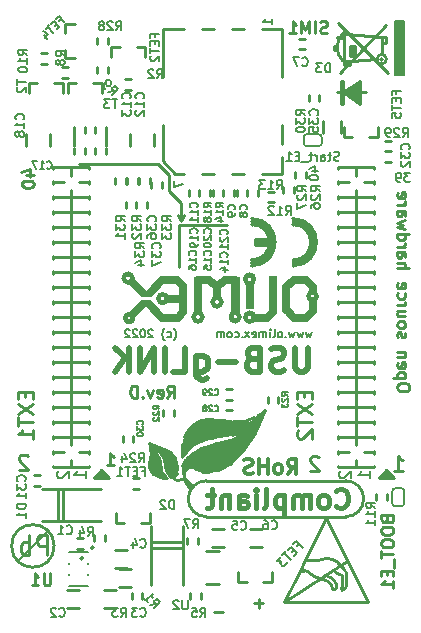
<source format=gbr>
G04 #@! TF.GenerationSoftware,KiCad,Pcbnew,5.1.0-rc2-unknown-036be7d~80~ubuntu16.04.1*
G04 #@! TF.CreationDate,2022-02-25T15:09:56+02:00*
G04 #@! TF.ProjectId,USB-gLINK_Rev_D,5553422d-674c-4494-9e4b-5f5265765f44,D*
G04 #@! TF.SameCoordinates,Original*
G04 #@! TF.FileFunction,Legend,Bot*
G04 #@! TF.FilePolarity,Positive*
%FSLAX46Y46*%
G04 Gerber Fmt 4.6, Leading zero omitted, Abs format (unit mm)*
G04 Created by KiCad (PCBNEW 5.1.0-rc2-unknown-036be7d~80~ubuntu16.04.1) date 2022-02-25 15:09:56*
%MOMM*%
%LPD*%
G04 APERTURE LIST*
%ADD10C,0.254000*%
%ADD11C,0.190500*%
%ADD12C,0.171450*%
%ADD13C,0.508000*%
%ADD14C,0.300000*%
%ADD15C,0.400000*%
%ADD16C,0.700000*%
%ADD17C,0.500000*%
%ADD18C,0.100000*%
%ADD19C,0.150000*%
%ADD20C,0.127000*%
%ADD21C,0.200000*%
%ADD22C,0.152400*%
%ADD23C,0.203200*%
%ADD24C,0.158750*%
%ADD25C,0.146050*%
%ADD26C,0.317500*%
%ADD27C,0.381000*%
G04 APERTURE END LIST*
D10*
X139700000Y-64135000D02*
X139700000Y-65532000D01*
X138811000Y-63246000D02*
X132080000Y-63246000D01*
X160068380Y-82217380D02*
X160068380Y-82023857D01*
X160020000Y-81927095D01*
X159923238Y-81830333D01*
X159729714Y-81781952D01*
X159391047Y-81781952D01*
X159197523Y-81830333D01*
X159100761Y-81927095D01*
X159052380Y-82023857D01*
X159052380Y-82217380D01*
X159100761Y-82314142D01*
X159197523Y-82410904D01*
X159391047Y-82459285D01*
X159729714Y-82459285D01*
X159923238Y-82410904D01*
X160020000Y-82314142D01*
X160068380Y-82217380D01*
X159729714Y-81346523D02*
X158713714Y-81346523D01*
X159681333Y-81346523D02*
X159729714Y-81249761D01*
X159729714Y-81056238D01*
X159681333Y-80959476D01*
X159632952Y-80911095D01*
X159536190Y-80862714D01*
X159245904Y-80862714D01*
X159149142Y-80911095D01*
X159100761Y-80959476D01*
X159052380Y-81056238D01*
X159052380Y-81249761D01*
X159100761Y-81346523D01*
X159100761Y-80040238D02*
X159052380Y-80137000D01*
X159052380Y-80330523D01*
X159100761Y-80427285D01*
X159197523Y-80475666D01*
X159584571Y-80475666D01*
X159681333Y-80427285D01*
X159729714Y-80330523D01*
X159729714Y-80137000D01*
X159681333Y-80040238D01*
X159584571Y-79991857D01*
X159487809Y-79991857D01*
X159391047Y-80475666D01*
X159729714Y-79556428D02*
X159052380Y-79556428D01*
X159632952Y-79556428D02*
X159681333Y-79508047D01*
X159729714Y-79411285D01*
X159729714Y-79266142D01*
X159681333Y-79169380D01*
X159584571Y-79121000D01*
X159052380Y-79121000D01*
X159100761Y-77911476D02*
X159052380Y-77814714D01*
X159052380Y-77621190D01*
X159100761Y-77524428D01*
X159197523Y-77476047D01*
X159245904Y-77476047D01*
X159342666Y-77524428D01*
X159391047Y-77621190D01*
X159391047Y-77766333D01*
X159439428Y-77863095D01*
X159536190Y-77911476D01*
X159584571Y-77911476D01*
X159681333Y-77863095D01*
X159729714Y-77766333D01*
X159729714Y-77621190D01*
X159681333Y-77524428D01*
X159052380Y-76895476D02*
X159100761Y-76992238D01*
X159149142Y-77040619D01*
X159245904Y-77089000D01*
X159536190Y-77089000D01*
X159632952Y-77040619D01*
X159681333Y-76992238D01*
X159729714Y-76895476D01*
X159729714Y-76750333D01*
X159681333Y-76653571D01*
X159632952Y-76605190D01*
X159536190Y-76556809D01*
X159245904Y-76556809D01*
X159149142Y-76605190D01*
X159100761Y-76653571D01*
X159052380Y-76750333D01*
X159052380Y-76895476D01*
X159729714Y-75685952D02*
X159052380Y-75685952D01*
X159729714Y-76121380D02*
X159197523Y-76121380D01*
X159100761Y-76073000D01*
X159052380Y-75976238D01*
X159052380Y-75831095D01*
X159100761Y-75734333D01*
X159149142Y-75685952D01*
X159052380Y-75202142D02*
X159729714Y-75202142D01*
X159536190Y-75202142D02*
X159632952Y-75153761D01*
X159681333Y-75105380D01*
X159729714Y-75008619D01*
X159729714Y-74911857D01*
X159100761Y-74137761D02*
X159052380Y-74234523D01*
X159052380Y-74428047D01*
X159100761Y-74524809D01*
X159149142Y-74573190D01*
X159245904Y-74621571D01*
X159536190Y-74621571D01*
X159632952Y-74573190D01*
X159681333Y-74524809D01*
X159729714Y-74428047D01*
X159729714Y-74234523D01*
X159681333Y-74137761D01*
X159100761Y-73315285D02*
X159052380Y-73412047D01*
X159052380Y-73605571D01*
X159100761Y-73702333D01*
X159197523Y-73750714D01*
X159584571Y-73750714D01*
X159681333Y-73702333D01*
X159729714Y-73605571D01*
X159729714Y-73412047D01*
X159681333Y-73315285D01*
X159584571Y-73266904D01*
X159487809Y-73266904D01*
X159391047Y-73750714D01*
X159052380Y-72057380D02*
X160068380Y-72057380D01*
X159052380Y-71621952D02*
X159584571Y-71621952D01*
X159681333Y-71670333D01*
X159729714Y-71767095D01*
X159729714Y-71912238D01*
X159681333Y-72009000D01*
X159632952Y-72057380D01*
X159052380Y-70702714D02*
X159584571Y-70702714D01*
X159681333Y-70751095D01*
X159729714Y-70847857D01*
X159729714Y-71041380D01*
X159681333Y-71138142D01*
X159100761Y-70702714D02*
X159052380Y-70799476D01*
X159052380Y-71041380D01*
X159100761Y-71138142D01*
X159197523Y-71186523D01*
X159294285Y-71186523D01*
X159391047Y-71138142D01*
X159439428Y-71041380D01*
X159439428Y-70799476D01*
X159487809Y-70702714D01*
X159052380Y-70218904D02*
X159729714Y-70218904D01*
X159536190Y-70218904D02*
X159632952Y-70170523D01*
X159681333Y-70122142D01*
X159729714Y-70025380D01*
X159729714Y-69928619D01*
X159052380Y-69154523D02*
X160068380Y-69154523D01*
X159100761Y-69154523D02*
X159052380Y-69251285D01*
X159052380Y-69444809D01*
X159100761Y-69541571D01*
X159149142Y-69589952D01*
X159245904Y-69638333D01*
X159536190Y-69638333D01*
X159632952Y-69589952D01*
X159681333Y-69541571D01*
X159729714Y-69444809D01*
X159729714Y-69251285D01*
X159681333Y-69154523D01*
X159729714Y-68767476D02*
X159052380Y-68573952D01*
X159536190Y-68380428D01*
X159052380Y-68186904D01*
X159729714Y-67993380D01*
X159052380Y-67170904D02*
X159584571Y-67170904D01*
X159681333Y-67219285D01*
X159729714Y-67316047D01*
X159729714Y-67509571D01*
X159681333Y-67606333D01*
X159100761Y-67170904D02*
X159052380Y-67267666D01*
X159052380Y-67509571D01*
X159100761Y-67606333D01*
X159197523Y-67654714D01*
X159294285Y-67654714D01*
X159391047Y-67606333D01*
X159439428Y-67509571D01*
X159439428Y-67267666D01*
X159487809Y-67170904D01*
X159052380Y-66687095D02*
X159729714Y-66687095D01*
X159536190Y-66687095D02*
X159632952Y-66638714D01*
X159681333Y-66590333D01*
X159729714Y-66493571D01*
X159729714Y-66396809D01*
X159100761Y-65671095D02*
X159052380Y-65767857D01*
X159052380Y-65961380D01*
X159100761Y-66058142D01*
X159197523Y-66106523D01*
X159584571Y-66106523D01*
X159681333Y-66058142D01*
X159729714Y-65961380D01*
X159729714Y-65767857D01*
X159681333Y-65671095D01*
X159584571Y-65622714D01*
X159487809Y-65622714D01*
X159391047Y-66106523D01*
X140716000Y-68072000D02*
X140970000Y-67564000D01*
X140716000Y-68072000D02*
X140462000Y-67564000D01*
X139700000Y-64135000D02*
X138811000Y-63246000D01*
X140716000Y-66548000D02*
X139700000Y-65532000D01*
X140716000Y-68072000D02*
X140716000Y-66548000D01*
X140589000Y-68402200D02*
X140589000Y-71958200D01*
X144653000Y-68402200D02*
X140589000Y-68402200D01*
X127743857Y-87944476D02*
X127683380Y-87884000D01*
X127562428Y-87823523D01*
X127260047Y-87823523D01*
X127139095Y-87884000D01*
X127078619Y-87944476D01*
X127018142Y-88065428D01*
X127018142Y-88186380D01*
X127078619Y-88367809D01*
X127804333Y-89093523D01*
X127018142Y-89093523D01*
X152381857Y-88071476D02*
X152321380Y-88011000D01*
X152200428Y-87950523D01*
X151898047Y-87950523D01*
X151777095Y-88011000D01*
X151716619Y-88071476D01*
X151656142Y-88192428D01*
X151656142Y-88313380D01*
X151716619Y-88494809D01*
X152442333Y-89220523D01*
X151656142Y-89220523D01*
X127607785Y-64162214D02*
X128285119Y-64162214D01*
X127220738Y-63920309D02*
X127946452Y-63678404D01*
X127946452Y-64307357D01*
X127269119Y-64887928D02*
X127269119Y-64984690D01*
X127317500Y-65081452D01*
X127365880Y-65129833D01*
X127462642Y-65178214D01*
X127656166Y-65226595D01*
X127898071Y-65226595D01*
X128091595Y-65178214D01*
X128188357Y-65129833D01*
X128236738Y-65081452D01*
X128285119Y-64984690D01*
X128285119Y-64887928D01*
X128236738Y-64791166D01*
X128188357Y-64742785D01*
X128091595Y-64694404D01*
X127898071Y-64646023D01*
X127656166Y-64646023D01*
X127462642Y-64694404D01*
X127365880Y-64742785D01*
X127317500Y-64791166D01*
X127269119Y-64887928D01*
D11*
X151855714Y-63790285D02*
X152363714Y-63790285D01*
X151565428Y-63608857D02*
X152109714Y-63427428D01*
X152109714Y-63899142D01*
X151601714Y-64334571D02*
X151601714Y-64407142D01*
X151638000Y-64479714D01*
X151674285Y-64516000D01*
X151746857Y-64552285D01*
X151892000Y-64588571D01*
X152073428Y-64588571D01*
X152218571Y-64552285D01*
X152291142Y-64516000D01*
X152327428Y-64479714D01*
X152363714Y-64407142D01*
X152363714Y-64334571D01*
X152327428Y-64262000D01*
X152291142Y-64225714D01*
X152218571Y-64189428D01*
X152073428Y-64153142D01*
X151892000Y-64153142D01*
X151746857Y-64189428D01*
X151674285Y-64225714D01*
X151638000Y-64262000D01*
X151601714Y-64334571D01*
X160128857Y-63971714D02*
X159657142Y-63971714D01*
X159911142Y-64262000D01*
X159802285Y-64262000D01*
X159729714Y-64298285D01*
X159693428Y-64334571D01*
X159657142Y-64407142D01*
X159657142Y-64588571D01*
X159693428Y-64661142D01*
X159729714Y-64697428D01*
X159802285Y-64733714D01*
X160020000Y-64733714D01*
X160092571Y-64697428D01*
X160128857Y-64661142D01*
X159294285Y-64733714D02*
X159149142Y-64733714D01*
X159076571Y-64697428D01*
X159040285Y-64661142D01*
X158967714Y-64552285D01*
X158931428Y-64407142D01*
X158931428Y-64116857D01*
X158967714Y-64044285D01*
X159004000Y-64008000D01*
X159076571Y-63971714D01*
X159221714Y-63971714D01*
X159294285Y-64008000D01*
X159330571Y-64044285D01*
X159366857Y-64116857D01*
X159366857Y-64298285D01*
X159330571Y-64370857D01*
X159294285Y-64407142D01*
X159221714Y-64443428D01*
X159076571Y-64443428D01*
X159004000Y-64407142D01*
X158967714Y-64370857D01*
X158931428Y-64298285D01*
D10*
X158768142Y-89220523D02*
X159493857Y-89220523D01*
X159131000Y-89220523D02*
X159131000Y-87950523D01*
X159251952Y-88131952D01*
X159372904Y-88252904D01*
X159493857Y-88313380D01*
X134456714Y-88724619D02*
X135037285Y-88724619D01*
X134747000Y-88724619D02*
X134747000Y-87708619D01*
X134843761Y-87853761D01*
X134940523Y-87950523D01*
X135037285Y-87998904D01*
X158369000Y-89408000D02*
X157861000Y-89408000D01*
X157480000Y-89789000D02*
X158750000Y-89789000D01*
X158115000Y-89154000D02*
X158750000Y-89789000D01*
X158496000Y-89535000D02*
X157734000Y-89535000D01*
X158623000Y-89662000D02*
X157607000Y-89662000D01*
X158115000Y-89154000D02*
X157480000Y-89789000D01*
X134239000Y-89408000D02*
X133731000Y-89408000D01*
X134366000Y-89535000D02*
X133604000Y-89535000D01*
X134493000Y-89662000D02*
X133477000Y-89662000D01*
X133985000Y-89154000D02*
X134620000Y-89789000D01*
X133350000Y-89789000D02*
X134620000Y-89789000D01*
X133985000Y-89154000D02*
X133350000Y-89789000D01*
X139560904Y-83009619D02*
X139899571Y-82525809D01*
X140141476Y-83009619D02*
X140141476Y-81993619D01*
X139754428Y-81993619D01*
X139657666Y-82042000D01*
X139609285Y-82090380D01*
X139560904Y-82187142D01*
X139560904Y-82332285D01*
X139609285Y-82429047D01*
X139657666Y-82477428D01*
X139754428Y-82525809D01*
X140141476Y-82525809D01*
X138738428Y-82961238D02*
X138835190Y-83009619D01*
X139028714Y-83009619D01*
X139125476Y-82961238D01*
X139173857Y-82864476D01*
X139173857Y-82477428D01*
X139125476Y-82380666D01*
X139028714Y-82332285D01*
X138835190Y-82332285D01*
X138738428Y-82380666D01*
X138690047Y-82477428D01*
X138690047Y-82574190D01*
X139173857Y-82670952D01*
X138351380Y-82332285D02*
X138109476Y-83009619D01*
X137867571Y-82332285D01*
X137480523Y-82912857D02*
X137432142Y-82961238D01*
X137480523Y-83009619D01*
X137528904Y-82961238D01*
X137480523Y-82912857D01*
X137480523Y-83009619D01*
X136996714Y-83009619D02*
X136996714Y-81993619D01*
X136754809Y-81993619D01*
X136609666Y-82042000D01*
X136512904Y-82138761D01*
X136464523Y-82235523D01*
X136416142Y-82429047D01*
X136416142Y-82574190D01*
X136464523Y-82767714D01*
X136512904Y-82864476D01*
X136609666Y-82961238D01*
X136754809Y-83009619D01*
X136996714Y-83009619D01*
X144278047Y-101164571D02*
X143503952Y-101164571D01*
D12*
X151826685Y-77450042D02*
X151696057Y-77907242D01*
X151565428Y-77580671D01*
X151434800Y-77907242D01*
X151304171Y-77450042D01*
X151108228Y-77450042D02*
X150977600Y-77907242D01*
X150846971Y-77580671D01*
X150716342Y-77907242D01*
X150585714Y-77450042D01*
X150389771Y-77450042D02*
X150259142Y-77907242D01*
X150128514Y-77580671D01*
X149997885Y-77907242D01*
X149867257Y-77450042D01*
X149606000Y-77841928D02*
X149573342Y-77874585D01*
X149606000Y-77907242D01*
X149638657Y-77874585D01*
X149606000Y-77841928D01*
X149606000Y-77907242D01*
X149181457Y-77907242D02*
X149246771Y-77874585D01*
X149279428Y-77841928D01*
X149312085Y-77776614D01*
X149312085Y-77580671D01*
X149279428Y-77515357D01*
X149246771Y-77482700D01*
X149181457Y-77450042D01*
X149083485Y-77450042D01*
X149018171Y-77482700D01*
X148985514Y-77515357D01*
X148952857Y-77580671D01*
X148952857Y-77776614D01*
X148985514Y-77841928D01*
X149018171Y-77874585D01*
X149083485Y-77907242D01*
X149181457Y-77907242D01*
X148560971Y-77907242D02*
X148626285Y-77874585D01*
X148658942Y-77809271D01*
X148658942Y-77221442D01*
X148299714Y-77907242D02*
X148299714Y-77450042D01*
X148299714Y-77221442D02*
X148332371Y-77254100D01*
X148299714Y-77286757D01*
X148267057Y-77254100D01*
X148299714Y-77221442D01*
X148299714Y-77286757D01*
X147973142Y-77907242D02*
X147973142Y-77450042D01*
X147973142Y-77515357D02*
X147940485Y-77482700D01*
X147875171Y-77450042D01*
X147777200Y-77450042D01*
X147711885Y-77482700D01*
X147679228Y-77548014D01*
X147679228Y-77907242D01*
X147679228Y-77548014D02*
X147646571Y-77482700D01*
X147581257Y-77450042D01*
X147483285Y-77450042D01*
X147417971Y-77482700D01*
X147385314Y-77548014D01*
X147385314Y-77907242D01*
X146797485Y-77874585D02*
X146862800Y-77907242D01*
X146993428Y-77907242D01*
X147058742Y-77874585D01*
X147091400Y-77809271D01*
X147091400Y-77548014D01*
X147058742Y-77482700D01*
X146993428Y-77450042D01*
X146862800Y-77450042D01*
X146797485Y-77482700D01*
X146764828Y-77548014D01*
X146764828Y-77613328D01*
X147091400Y-77678642D01*
X146536228Y-77907242D02*
X146177000Y-77450042D01*
X146536228Y-77450042D02*
X146177000Y-77907242D01*
X145915742Y-77841928D02*
X145883085Y-77874585D01*
X145915742Y-77907242D01*
X145948400Y-77874585D01*
X145915742Y-77841928D01*
X145915742Y-77907242D01*
X145295257Y-77874585D02*
X145360571Y-77907242D01*
X145491200Y-77907242D01*
X145556514Y-77874585D01*
X145589171Y-77841928D01*
X145621828Y-77776614D01*
X145621828Y-77580671D01*
X145589171Y-77515357D01*
X145556514Y-77482700D01*
X145491200Y-77450042D01*
X145360571Y-77450042D01*
X145295257Y-77482700D01*
X144903371Y-77907242D02*
X144968685Y-77874585D01*
X145001342Y-77841928D01*
X145034000Y-77776614D01*
X145034000Y-77580671D01*
X145001342Y-77515357D01*
X144968685Y-77482700D01*
X144903371Y-77450042D01*
X144805400Y-77450042D01*
X144740085Y-77482700D01*
X144707428Y-77515357D01*
X144674771Y-77580671D01*
X144674771Y-77776614D01*
X144707428Y-77841928D01*
X144740085Y-77874585D01*
X144805400Y-77907242D01*
X144903371Y-77907242D01*
X144380857Y-77907242D02*
X144380857Y-77450042D01*
X144380857Y-77515357D02*
X144348200Y-77482700D01*
X144282885Y-77450042D01*
X144184914Y-77450042D01*
X144119600Y-77482700D01*
X144086942Y-77548014D01*
X144086942Y-77907242D01*
X144086942Y-77548014D02*
X144054285Y-77482700D01*
X143988971Y-77450042D01*
X143891000Y-77450042D01*
X143825685Y-77482700D01*
X143793028Y-77548014D01*
X143793028Y-77907242D01*
X140135428Y-78168500D02*
X140168085Y-78135842D01*
X140233400Y-78037871D01*
X140266057Y-77972557D01*
X140298714Y-77874585D01*
X140331371Y-77711300D01*
X140331371Y-77580671D01*
X140298714Y-77417385D01*
X140266057Y-77319414D01*
X140233400Y-77254100D01*
X140168085Y-77156128D01*
X140135428Y-77123471D01*
X139580257Y-77874585D02*
X139645571Y-77907242D01*
X139776200Y-77907242D01*
X139841514Y-77874585D01*
X139874171Y-77841928D01*
X139906828Y-77776614D01*
X139906828Y-77580671D01*
X139874171Y-77515357D01*
X139841514Y-77482700D01*
X139776200Y-77450042D01*
X139645571Y-77450042D01*
X139580257Y-77482700D01*
X139351657Y-78168500D02*
X139319000Y-78135842D01*
X139253685Y-78037871D01*
X139221028Y-77972557D01*
X139188371Y-77874585D01*
X139155714Y-77711300D01*
X139155714Y-77580671D01*
X139188371Y-77417385D01*
X139221028Y-77319414D01*
X139253685Y-77254100D01*
X139319000Y-77156128D01*
X139351657Y-77123471D01*
X138339285Y-77286757D02*
X138306628Y-77254100D01*
X138241314Y-77221442D01*
X138078028Y-77221442D01*
X138012714Y-77254100D01*
X137980057Y-77286757D01*
X137947400Y-77352071D01*
X137947400Y-77417385D01*
X137980057Y-77515357D01*
X138371942Y-77907242D01*
X137947400Y-77907242D01*
X137522857Y-77221442D02*
X137457542Y-77221442D01*
X137392228Y-77254100D01*
X137359571Y-77286757D01*
X137326914Y-77352071D01*
X137294257Y-77482700D01*
X137294257Y-77645985D01*
X137326914Y-77776614D01*
X137359571Y-77841928D01*
X137392228Y-77874585D01*
X137457542Y-77907242D01*
X137522857Y-77907242D01*
X137588171Y-77874585D01*
X137620828Y-77841928D01*
X137653485Y-77776614D01*
X137686142Y-77645985D01*
X137686142Y-77482700D01*
X137653485Y-77352071D01*
X137620828Y-77286757D01*
X137588171Y-77254100D01*
X137522857Y-77221442D01*
X137033000Y-77286757D02*
X137000342Y-77254100D01*
X136935028Y-77221442D01*
X136771742Y-77221442D01*
X136706428Y-77254100D01*
X136673771Y-77286757D01*
X136641114Y-77352071D01*
X136641114Y-77417385D01*
X136673771Y-77515357D01*
X137065657Y-77907242D01*
X136641114Y-77907242D01*
X136379857Y-77286757D02*
X136347200Y-77254100D01*
X136281885Y-77221442D01*
X136118600Y-77221442D01*
X136053285Y-77254100D01*
X136020628Y-77286757D01*
X135987971Y-77352071D01*
X135987971Y-77417385D01*
X136020628Y-77515357D01*
X136412514Y-77907242D01*
X135987971Y-77907242D01*
D13*
X151511000Y-78770238D02*
X151511000Y-80415190D01*
X151414238Y-80608714D01*
X151317476Y-80705476D01*
X151123952Y-80802238D01*
X150736904Y-80802238D01*
X150543380Y-80705476D01*
X150446619Y-80608714D01*
X150349857Y-80415190D01*
X150349857Y-78770238D01*
X149479000Y-80705476D02*
X149188714Y-80802238D01*
X148704904Y-80802238D01*
X148511380Y-80705476D01*
X148414619Y-80608714D01*
X148317857Y-80415190D01*
X148317857Y-80221666D01*
X148414619Y-80028142D01*
X148511380Y-79931380D01*
X148704904Y-79834619D01*
X149091952Y-79737857D01*
X149285476Y-79641095D01*
X149382238Y-79544333D01*
X149479000Y-79350809D01*
X149479000Y-79157285D01*
X149382238Y-78963761D01*
X149285476Y-78867000D01*
X149091952Y-78770238D01*
X148608142Y-78770238D01*
X148317857Y-78867000D01*
X146769666Y-79737857D02*
X146479380Y-79834619D01*
X146382619Y-79931380D01*
X146285857Y-80124904D01*
X146285857Y-80415190D01*
X146382619Y-80608714D01*
X146479380Y-80705476D01*
X146672904Y-80802238D01*
X147447000Y-80802238D01*
X147447000Y-78770238D01*
X146769666Y-78770238D01*
X146576142Y-78867000D01*
X146479380Y-78963761D01*
X146382619Y-79157285D01*
X146382619Y-79350809D01*
X146479380Y-79544333D01*
X146576142Y-79641095D01*
X146769666Y-79737857D01*
X147447000Y-79737857D01*
X145415000Y-80028142D02*
X143866809Y-80028142D01*
X142028333Y-79447571D02*
X142028333Y-81092523D01*
X142125095Y-81286047D01*
X142221857Y-81382809D01*
X142415380Y-81479571D01*
X142705666Y-81479571D01*
X142899190Y-81382809D01*
X142028333Y-80705476D02*
X142221857Y-80802238D01*
X142608904Y-80802238D01*
X142802428Y-80705476D01*
X142899190Y-80608714D01*
X142995952Y-80415190D01*
X142995952Y-79834619D01*
X142899190Y-79641095D01*
X142802428Y-79544333D01*
X142608904Y-79447571D01*
X142221857Y-79447571D01*
X142028333Y-79544333D01*
X140093095Y-80802238D02*
X141060714Y-80802238D01*
X141060714Y-78770238D01*
X139415761Y-80802238D02*
X139415761Y-78770238D01*
X138448142Y-80802238D02*
X138448142Y-78770238D01*
X137287000Y-80802238D01*
X137287000Y-78770238D01*
X136319380Y-80802238D02*
X136319380Y-78770238D01*
X135158238Y-80802238D02*
X136029095Y-79641095D01*
X135158238Y-78770238D02*
X136319380Y-79931380D01*
D10*
X147707047Y-100402571D02*
X146932952Y-100402571D01*
X147320000Y-100789619D02*
X147320000Y-100015523D01*
X155575000Y-77470000D02*
X157099000Y-77470000D01*
X154051000Y-77470000D02*
X155575000Y-77470000D01*
X155575000Y-78740000D02*
X157099000Y-78740000D01*
X155575000Y-80010000D02*
X157099000Y-80010000D01*
X155575000Y-81280000D02*
X157099000Y-81280000D01*
X155575000Y-82550000D02*
X157099000Y-82550000D01*
X155575000Y-83820000D02*
X157099000Y-83820000D01*
X155575000Y-85090000D02*
X157099000Y-85090000D01*
X155575000Y-86360000D02*
X157099000Y-86360000D01*
X156210000Y-87630000D02*
X157099000Y-87630000D01*
X154051000Y-78740000D02*
X155575000Y-78740000D01*
X154051000Y-80010000D02*
X155575000Y-80010000D01*
X154051000Y-81280000D02*
X155575000Y-81280000D01*
X154051000Y-82550000D02*
X155575000Y-82550000D01*
X154051000Y-83820000D02*
X155575000Y-83820000D01*
X154051000Y-85090000D02*
X155575000Y-85090000D01*
X154051000Y-86360000D02*
X155575000Y-86360000D01*
X154051000Y-87630000D02*
X154940000Y-87630000D01*
X157099000Y-87630000D02*
X157099000Y-87503000D01*
X157099000Y-87757000D02*
X157099000Y-87630000D01*
X157099000Y-86360000D02*
X157099000Y-86233000D01*
X157099000Y-86487000D02*
X157099000Y-86360000D01*
X157099000Y-85090000D02*
X157099000Y-84963000D01*
X157099000Y-85217000D02*
X157099000Y-85090000D01*
X157099000Y-83820000D02*
X157099000Y-83693000D01*
X157099000Y-83947000D02*
X157099000Y-83820000D01*
X157099000Y-82550000D02*
X157099000Y-82423000D01*
X157099000Y-82677000D02*
X157099000Y-82550000D01*
X157099000Y-81280000D02*
X157099000Y-81153000D01*
X157099000Y-81407000D02*
X157099000Y-81280000D01*
X157099000Y-80010000D02*
X157099000Y-79883000D01*
X157099000Y-80137000D02*
X157099000Y-80010000D01*
X157099000Y-78740000D02*
X157099000Y-78613000D01*
X157099000Y-78867000D02*
X157099000Y-78740000D01*
X157099000Y-77597000D02*
X157099000Y-77343000D01*
X154051000Y-77470000D02*
X154051000Y-77343000D01*
X154051000Y-77597000D02*
X154051000Y-77470000D01*
X154051000Y-78740000D02*
X154051000Y-78613000D01*
X154051000Y-78867000D02*
X154051000Y-78740000D01*
X154051000Y-80010000D02*
X154051000Y-79883000D01*
X154051000Y-80137000D02*
X154051000Y-80010000D01*
X154051000Y-81280000D02*
X154051000Y-81153000D01*
X154051000Y-81407000D02*
X154051000Y-81280000D01*
X154051000Y-82550000D02*
X154051000Y-82423000D01*
X154051000Y-82677000D02*
X154051000Y-82550000D01*
X154051000Y-83820000D02*
X154051000Y-83693000D01*
X154051000Y-83947000D02*
X154051000Y-83820000D01*
X154051000Y-85090000D02*
X154051000Y-84963000D01*
X154051000Y-85217000D02*
X154051000Y-85090000D01*
X154051000Y-86360000D02*
X154051000Y-86233000D01*
X154051000Y-86487000D02*
X154051000Y-86360000D01*
X154051000Y-87630000D02*
X154051000Y-87503000D01*
X154051000Y-87757000D02*
X154051000Y-87630000D01*
X155575000Y-77470000D02*
X155575000Y-76200000D01*
X155575000Y-78740000D02*
X155575000Y-77470000D01*
X155575000Y-80010000D02*
X155575000Y-78740000D01*
X155575000Y-81280000D02*
X155575000Y-80010000D01*
X155575000Y-82550000D02*
X155575000Y-81280000D01*
X155575000Y-83820000D02*
X155575000Y-82550000D01*
X155575000Y-85090000D02*
X155575000Y-83820000D01*
X155575000Y-86360000D02*
X155575000Y-85090000D01*
X155575000Y-86995000D02*
X155575000Y-86360000D01*
X155575000Y-88900000D02*
X155575000Y-88265000D01*
X154051000Y-76200000D02*
X154051000Y-76327000D01*
X155575000Y-76200000D02*
X154051000Y-76200000D01*
X157099000Y-76200000D02*
X155575000Y-76200000D01*
X157099000Y-76327000D02*
X157099000Y-76200000D01*
X154051000Y-88900000D02*
X154051000Y-88773000D01*
X155575000Y-88900000D02*
X154051000Y-88900000D01*
X157099000Y-88900000D02*
X155575000Y-88900000D01*
X157099000Y-88773000D02*
X157099000Y-88900000D01*
X157099000Y-76073000D02*
X157099000Y-76200000D01*
X154051000Y-76200000D02*
X154051000Y-76073000D01*
X157099000Y-63627000D02*
X157099000Y-63500000D01*
X157099000Y-63500000D02*
X155575000Y-63500000D01*
X155575000Y-63500000D02*
X154051000Y-63500000D01*
X154051000Y-63500000D02*
X154051000Y-63627000D01*
X155575000Y-76200000D02*
X155575000Y-74930000D01*
X155575000Y-74930000D02*
X155575000Y-73660000D01*
X155575000Y-73660000D02*
X155575000Y-72390000D01*
X155575000Y-72390000D02*
X155575000Y-71120000D01*
X155575000Y-71120000D02*
X155575000Y-69850000D01*
X155575000Y-69850000D02*
X155575000Y-68580000D01*
X155575000Y-68580000D02*
X155575000Y-67310000D01*
X155575000Y-67310000D02*
X155575000Y-66040000D01*
X155575000Y-66040000D02*
X155575000Y-65405000D01*
X155575000Y-64262000D02*
X155575000Y-63500000D01*
X154051000Y-75057000D02*
X154051000Y-74930000D01*
X154051000Y-74930000D02*
X154051000Y-74803000D01*
X154051000Y-73787000D02*
X154051000Y-73660000D01*
X154051000Y-73660000D02*
X154051000Y-73533000D01*
X154051000Y-72517000D02*
X154051000Y-72390000D01*
X154051000Y-72390000D02*
X154051000Y-72263000D01*
X154051000Y-71247000D02*
X154051000Y-71120000D01*
X154051000Y-71120000D02*
X154051000Y-70993000D01*
X154051000Y-69977000D02*
X154051000Y-69850000D01*
X154051000Y-69850000D02*
X154051000Y-69723000D01*
X154051000Y-68707000D02*
X154051000Y-68580000D01*
X154051000Y-68580000D02*
X154051000Y-68453000D01*
X154051000Y-67437000D02*
X154051000Y-67310000D01*
X154051000Y-67310000D02*
X154051000Y-67183000D01*
X154051000Y-66167000D02*
X154051000Y-66040000D01*
X154051000Y-66040000D02*
X154051000Y-65913000D01*
X154051000Y-64897000D02*
X154051000Y-64770000D01*
X154051000Y-64770000D02*
X154051000Y-64643000D01*
X157099000Y-64897000D02*
X157099000Y-64643000D01*
X157099000Y-66167000D02*
X157099000Y-66040000D01*
X157099000Y-66040000D02*
X157099000Y-65913000D01*
X157099000Y-67437000D02*
X157099000Y-67310000D01*
X157099000Y-67310000D02*
X157099000Y-67183000D01*
X157099000Y-68707000D02*
X157099000Y-68580000D01*
X157099000Y-68580000D02*
X157099000Y-68453000D01*
X157099000Y-69977000D02*
X157099000Y-69850000D01*
X157099000Y-69850000D02*
X157099000Y-69723000D01*
X157099000Y-71247000D02*
X157099000Y-71120000D01*
X157099000Y-71120000D02*
X157099000Y-70993000D01*
X157099000Y-72517000D02*
X157099000Y-72390000D01*
X157099000Y-72390000D02*
X157099000Y-72263000D01*
X157099000Y-73787000D02*
X157099000Y-73660000D01*
X157099000Y-73660000D02*
X157099000Y-73533000D01*
X157099000Y-75057000D02*
X157099000Y-74930000D01*
X157099000Y-74930000D02*
X157099000Y-74803000D01*
X154051000Y-74930000D02*
X155575000Y-74930000D01*
X154051000Y-73660000D02*
X155575000Y-73660000D01*
X154051000Y-72390000D02*
X155575000Y-72390000D01*
X154051000Y-71120000D02*
X155575000Y-71120000D01*
X154051000Y-69850000D02*
X155575000Y-69850000D01*
X154051000Y-68580000D02*
X155575000Y-68580000D01*
X154051000Y-67310000D02*
X155575000Y-67310000D01*
X154051000Y-66040000D02*
X155575000Y-66040000D01*
X155575000Y-74930000D02*
X157099000Y-74930000D01*
X155575000Y-73660000D02*
X157099000Y-73660000D01*
X155575000Y-72390000D02*
X157099000Y-72390000D01*
X155575000Y-71120000D02*
X157099000Y-71120000D01*
X155575000Y-69850000D02*
X157099000Y-69850000D01*
X155575000Y-68580000D02*
X157099000Y-68580000D01*
X155575000Y-67310000D02*
X157099000Y-67310000D01*
X155575000Y-66040000D02*
X157099000Y-66040000D01*
X154051000Y-64770000D02*
X154940000Y-64770000D01*
X156210000Y-64770000D02*
X157099000Y-64770000D01*
X131445000Y-77470000D02*
X132969000Y-77470000D01*
X129921000Y-77470000D02*
X131445000Y-77470000D01*
X131445000Y-78740000D02*
X132969000Y-78740000D01*
X131445000Y-80010000D02*
X132969000Y-80010000D01*
X131445000Y-81280000D02*
X132969000Y-81280000D01*
X131445000Y-82550000D02*
X132969000Y-82550000D01*
X131445000Y-83820000D02*
X132969000Y-83820000D01*
X131445000Y-85090000D02*
X132969000Y-85090000D01*
X131445000Y-86360000D02*
X132969000Y-86360000D01*
X132080000Y-87630000D02*
X132969000Y-87630000D01*
X129921000Y-78740000D02*
X131445000Y-78740000D01*
X129921000Y-80010000D02*
X131445000Y-80010000D01*
X129921000Y-81280000D02*
X131445000Y-81280000D01*
X129921000Y-82550000D02*
X131445000Y-82550000D01*
X129921000Y-83820000D02*
X131445000Y-83820000D01*
X129921000Y-85090000D02*
X131445000Y-85090000D01*
X129921000Y-86360000D02*
X131445000Y-86360000D01*
X129921000Y-87630000D02*
X130810000Y-87630000D01*
X132969000Y-87630000D02*
X132969000Y-87503000D01*
X132969000Y-87757000D02*
X132969000Y-87630000D01*
X132969000Y-86360000D02*
X132969000Y-86233000D01*
X132969000Y-86487000D02*
X132969000Y-86360000D01*
X132969000Y-85090000D02*
X132969000Y-84963000D01*
X132969000Y-85217000D02*
X132969000Y-85090000D01*
X132969000Y-83820000D02*
X132969000Y-83693000D01*
X132969000Y-83947000D02*
X132969000Y-83820000D01*
X132969000Y-82550000D02*
X132969000Y-82423000D01*
X132969000Y-82677000D02*
X132969000Y-82550000D01*
X132969000Y-81280000D02*
X132969000Y-81153000D01*
X132969000Y-81407000D02*
X132969000Y-81280000D01*
X132969000Y-80010000D02*
X132969000Y-79883000D01*
X132969000Y-80137000D02*
X132969000Y-80010000D01*
X132969000Y-78740000D02*
X132969000Y-78613000D01*
X132969000Y-78867000D02*
X132969000Y-78740000D01*
X132969000Y-77597000D02*
X132969000Y-77343000D01*
X129921000Y-77470000D02*
X129921000Y-77343000D01*
X129921000Y-77597000D02*
X129921000Y-77470000D01*
X129921000Y-78740000D02*
X129921000Y-78613000D01*
X129921000Y-78867000D02*
X129921000Y-78740000D01*
X129921000Y-80010000D02*
X129921000Y-79883000D01*
X129921000Y-80137000D02*
X129921000Y-80010000D01*
X129921000Y-81280000D02*
X129921000Y-81153000D01*
X129921000Y-81407000D02*
X129921000Y-81280000D01*
X129921000Y-82550000D02*
X129921000Y-82423000D01*
X129921000Y-82677000D02*
X129921000Y-82550000D01*
X129921000Y-83820000D02*
X129921000Y-83693000D01*
X129921000Y-83947000D02*
X129921000Y-83820000D01*
X129921000Y-85090000D02*
X129921000Y-84963000D01*
X129921000Y-85217000D02*
X129921000Y-85090000D01*
X129921000Y-86360000D02*
X129921000Y-86233000D01*
X129921000Y-86487000D02*
X129921000Y-86360000D01*
X129921000Y-87630000D02*
X129921000Y-87503000D01*
X129921000Y-87757000D02*
X129921000Y-87630000D01*
X131445000Y-77470000D02*
X131445000Y-76200000D01*
X131445000Y-78740000D02*
X131445000Y-77470000D01*
X131445000Y-80010000D02*
X131445000Y-78740000D01*
X131445000Y-81280000D02*
X131445000Y-80010000D01*
X131445000Y-82550000D02*
X131445000Y-81280000D01*
X131445000Y-83820000D02*
X131445000Y-82550000D01*
X131445000Y-85090000D02*
X131445000Y-83820000D01*
X131445000Y-86360000D02*
X131445000Y-85090000D01*
X131445000Y-86995000D02*
X131445000Y-86360000D01*
X131445000Y-88900000D02*
X131445000Y-88265000D01*
X129921000Y-76200000D02*
X129921000Y-76327000D01*
X131445000Y-76200000D02*
X129921000Y-76200000D01*
X132969000Y-76200000D02*
X131445000Y-76200000D01*
X132969000Y-76327000D02*
X132969000Y-76200000D01*
X129921000Y-88900000D02*
X129921000Y-88773000D01*
X131445000Y-88900000D02*
X129921000Y-88900000D01*
X132969000Y-88900000D02*
X131445000Y-88900000D01*
X132969000Y-88773000D02*
X132969000Y-88900000D01*
X132969000Y-76073000D02*
X132969000Y-76200000D01*
X129921000Y-76200000D02*
X129921000Y-76073000D01*
X132969000Y-63627000D02*
X132969000Y-63500000D01*
X132969000Y-63500000D02*
X131445000Y-63500000D01*
X131445000Y-63500000D02*
X129921000Y-63500000D01*
X129921000Y-63500000D02*
X129921000Y-63627000D01*
X131445000Y-76200000D02*
X131445000Y-74930000D01*
X131445000Y-74930000D02*
X131445000Y-73660000D01*
X131445000Y-73660000D02*
X131445000Y-72390000D01*
X131445000Y-72390000D02*
X131445000Y-71120000D01*
X131445000Y-71120000D02*
X131445000Y-69850000D01*
X131445000Y-69850000D02*
X131445000Y-68580000D01*
X131445000Y-68580000D02*
X131445000Y-67310000D01*
X131445000Y-67310000D02*
X131445000Y-66040000D01*
X131445000Y-66040000D02*
X131445000Y-65405000D01*
X131445000Y-64262000D02*
X131445000Y-63500000D01*
X129921000Y-75057000D02*
X129921000Y-74930000D01*
X129921000Y-74930000D02*
X129921000Y-74803000D01*
X129921000Y-73787000D02*
X129921000Y-73660000D01*
X129921000Y-73660000D02*
X129921000Y-73533000D01*
X129921000Y-72517000D02*
X129921000Y-72390000D01*
X129921000Y-72390000D02*
X129921000Y-72263000D01*
X129921000Y-71247000D02*
X129921000Y-71120000D01*
X129921000Y-71120000D02*
X129921000Y-70993000D01*
X129921000Y-69977000D02*
X129921000Y-69850000D01*
X129921000Y-69850000D02*
X129921000Y-69723000D01*
X129921000Y-68707000D02*
X129921000Y-68580000D01*
X129921000Y-68580000D02*
X129921000Y-68453000D01*
X129921000Y-67437000D02*
X129921000Y-67310000D01*
X129921000Y-67310000D02*
X129921000Y-67183000D01*
X129921000Y-66167000D02*
X129921000Y-66040000D01*
X129921000Y-66040000D02*
X129921000Y-65913000D01*
X129921000Y-64897000D02*
X129921000Y-64770000D01*
X129921000Y-64770000D02*
X129921000Y-64643000D01*
X132969000Y-64897000D02*
X132969000Y-64643000D01*
X132969000Y-66167000D02*
X132969000Y-66040000D01*
X132969000Y-66040000D02*
X132969000Y-65913000D01*
X132969000Y-67437000D02*
X132969000Y-67310000D01*
X132969000Y-67310000D02*
X132969000Y-67183000D01*
X132969000Y-68707000D02*
X132969000Y-68580000D01*
X132969000Y-68580000D02*
X132969000Y-68453000D01*
X132969000Y-69977000D02*
X132969000Y-69850000D01*
X132969000Y-69850000D02*
X132969000Y-69723000D01*
X132969000Y-71247000D02*
X132969000Y-71120000D01*
X132969000Y-71120000D02*
X132969000Y-70993000D01*
X132969000Y-72517000D02*
X132969000Y-72390000D01*
X132969000Y-72390000D02*
X132969000Y-72263000D01*
X132969000Y-73787000D02*
X132969000Y-73660000D01*
X132969000Y-73660000D02*
X132969000Y-73533000D01*
X132969000Y-75057000D02*
X132969000Y-74930000D01*
X132969000Y-74930000D02*
X132969000Y-74803000D01*
X129921000Y-74930000D02*
X131445000Y-74930000D01*
X129921000Y-73660000D02*
X131445000Y-73660000D01*
X129921000Y-72390000D02*
X131445000Y-72390000D01*
X129921000Y-71120000D02*
X131445000Y-71120000D01*
X129921000Y-69850000D02*
X131445000Y-69850000D01*
X129921000Y-68580000D02*
X131445000Y-68580000D01*
X129921000Y-67310000D02*
X131445000Y-67310000D01*
X129921000Y-66040000D02*
X131445000Y-66040000D01*
X131445000Y-74930000D02*
X132969000Y-74930000D01*
X131445000Y-73660000D02*
X132969000Y-73660000D01*
X131445000Y-72390000D02*
X132969000Y-72390000D01*
X131445000Y-71120000D02*
X132969000Y-71120000D01*
X131445000Y-69850000D02*
X132969000Y-69850000D01*
X131445000Y-68580000D02*
X132969000Y-68580000D01*
X131445000Y-67310000D02*
X132969000Y-67310000D01*
X131445000Y-66040000D02*
X132969000Y-66040000D01*
X129921000Y-64770000D02*
X130810000Y-64770000D01*
X132080000Y-64770000D02*
X132969000Y-64770000D01*
X128945000Y-90725000D02*
X133945000Y-90725000D01*
X130315000Y-93425000D02*
X130315000Y-90725000D01*
X133945000Y-93425000D02*
X128945000Y-93425000D01*
X130755000Y-93425000D02*
X130755000Y-90725000D01*
X136982200Y-53340000D02*
X137693400Y-53340000D01*
X137693400Y-54178200D02*
X137693400Y-53340000D01*
X134848600Y-54178200D02*
X134848600Y-53340000D01*
X134848600Y-53340000D02*
X135559800Y-53340000D01*
X130937000Y-54254400D02*
X130937000Y-53543200D01*
X131775200Y-54254400D02*
X130937000Y-54254400D01*
X131775200Y-51409600D02*
X130937000Y-51409600D01*
X130937000Y-52120800D02*
X130937000Y-51409600D01*
X127863600Y-56388000D02*
X128574800Y-56388000D01*
X127863600Y-57226200D02*
X127863600Y-56388000D01*
X130708400Y-57226200D02*
X130708400Y-56388000D01*
X129997200Y-56388000D02*
X130708400Y-56388000D01*
X129666999Y-61722000D02*
X129666999Y-60706000D01*
X131698999Y-61722000D02*
X131698999Y-60706000D01*
X130937000Y-55943500D02*
X131191000Y-55943500D01*
X130937000Y-55943500D02*
X130683000Y-55943500D01*
X130937000Y-55054500D02*
X130683000Y-55054500D01*
X130937000Y-55054500D02*
X131191000Y-55054500D01*
X146963000Y-69850000D02*
X148213000Y-69850000D01*
X146963000Y-70100000D02*
X148213000Y-70100000D01*
X146963000Y-69600000D02*
X146963000Y-70100000D01*
X148213000Y-69600000D02*
X146963000Y-69600000D01*
X146713000Y-67850000D02*
X146713000Y-68350000D01*
X146713000Y-71850000D02*
G75*
G03X146713000Y-67850000I0J2000000D01*
G01*
X146713000Y-71350000D02*
X146713000Y-71850000D01*
D14*
X146762980Y-71600000D02*
G75*
G03X146763000Y-68100000I-49980J1750000D01*
G01*
D10*
X146713000Y-71350000D02*
G75*
G03X146713000Y-68350000I0J1500000D01*
G01*
D14*
X150262980Y-71600000D02*
G75*
G03X150263000Y-68100000I-49980J1750000D01*
G01*
D10*
X150213000Y-71350000D02*
X150213000Y-71850000D01*
X150213000Y-67850000D02*
X150213000Y-68350000D01*
X150213000Y-71850000D02*
G75*
G03X150213000Y-67850000I0J2000000D01*
G01*
X150213000Y-71350000D02*
G75*
G03X150213000Y-68350000I0J1500000D01*
G01*
X134556500Y-52832000D02*
X134556500Y-53086000D01*
X134556500Y-52832000D02*
X134556500Y-52578000D01*
X133667500Y-52832000D02*
X133667500Y-52578000D01*
X133667500Y-52832000D02*
X133667500Y-53086000D01*
X136271000Y-56959500D02*
X136017000Y-56959500D01*
X136271000Y-56959500D02*
X136525000Y-56959500D01*
X136271000Y-56070500D02*
X136525000Y-56070500D01*
X136271000Y-56070500D02*
X136017000Y-56070500D01*
X138223000Y-95703000D02*
X140923000Y-95703000D01*
X138223000Y-98893000D02*
X138223000Y-93893000D01*
X138223000Y-95263000D02*
X140923000Y-95263000D01*
X140923000Y-93893000D02*
X140923000Y-98893000D01*
X133477001Y-62103000D02*
X133477001Y-62357000D01*
X133477001Y-62103000D02*
X133477001Y-61849000D01*
X134366001Y-62103000D02*
X134366001Y-61849000D01*
X134366001Y-62103000D02*
X134366001Y-62357000D01*
D15*
X152216747Y-74422000D02*
G75*
G03X152216747Y-74422000I-337447J0D01*
G01*
D16*
X151892000Y-73647300D02*
X151384000Y-73139300D01*
X150291800Y-73063100D02*
X149656800Y-73672700D01*
X149682200Y-75628500D02*
X150241000Y-76212700D01*
X148056600Y-76225400D02*
X148513800Y-75768200D01*
X147070800Y-76225400D02*
X148056600Y-76225400D01*
D15*
X146924324Y-76200000D02*
G75*
G03X146924324Y-76200000I-366324J0D01*
G01*
D16*
X146558000Y-73507600D02*
X146558000Y-75107800D01*
D15*
X146918818Y-72974200D02*
G75*
G03X146918818Y-72974200I-373518J0D01*
G01*
X145685759Y-76174600D02*
G75*
G03X145685759Y-76174600I-359659J0D01*
G01*
D16*
X145338800Y-75666600D02*
X145338800Y-73075800D01*
X145338800Y-73075800D02*
X144500600Y-73075800D01*
X144500600Y-73075800D02*
X143891000Y-73583800D01*
X143789400Y-74371200D02*
X143789400Y-73660000D01*
X143713200Y-73583800D02*
X143078200Y-73075800D01*
D15*
X144160318Y-74904600D02*
G75*
G03X144160318Y-74904600I-370918J0D01*
G01*
D16*
X143078200Y-73075800D02*
X142189200Y-73075800D01*
D15*
X142539729Y-76187300D02*
G75*
G03X142539729Y-76187300I-363229J0D01*
G01*
X136676666Y-76276200D02*
G75*
G03X136676666Y-76276200I-329466J0D01*
G01*
D16*
X136677400Y-75920600D02*
X137515600Y-75107800D01*
D17*
X138023600Y-75006200D02*
X137490200Y-75006200D01*
D16*
X139166600Y-76225400D02*
X138023600Y-75107800D01*
X140487400Y-76225400D02*
X139166600Y-76225400D01*
X140919200Y-75793600D02*
X140487400Y-76225400D01*
X140919200Y-73558400D02*
X140919200Y-75793600D01*
X140919200Y-73533000D02*
X140436600Y-73025000D01*
X140388500Y-73050400D02*
X139166600Y-73050400D01*
X139166600Y-73050400D02*
X138074400Y-74117200D01*
D17*
X138049000Y-74231500D02*
X137490200Y-74231500D01*
D16*
X136626600Y-73240900D02*
X137490200Y-74134600D01*
D15*
X136617735Y-72885300D02*
G75*
G03X136617735Y-72885300I-359435J0D01*
G01*
D16*
X139700000Y-74625200D02*
X140919200Y-74625200D01*
D15*
X139551659Y-74625200D02*
G75*
G03X139551659Y-74625200I-359659J0D01*
G01*
D16*
X151320500Y-76238100D02*
X150279100Y-76238100D01*
X151879300Y-75679300D02*
X151879300Y-74917300D01*
X151892000Y-75666600D02*
X151307800Y-76238100D01*
X151892000Y-73698100D02*
X151892000Y-73939400D01*
X149669500Y-73660000D02*
X149669500Y-75590400D01*
X150291800Y-73050400D02*
X151295100Y-73050400D01*
X142176500Y-73063100D02*
X142176500Y-75666600D01*
X148513800Y-75780900D02*
X148513800Y-73050400D01*
D18*
X148513800Y-72707500D02*
X148793200Y-72707500D01*
X148818600Y-72707500D02*
X148818600Y-75857100D01*
X148805900Y-72707500D02*
X148818600Y-72707500D01*
X148793200Y-72707500D02*
X148805900Y-72707500D01*
X148678900Y-72796400D02*
X148742400Y-72783700D01*
X148196300Y-72707500D02*
X148196300Y-75742800D01*
X148501100Y-72707500D02*
X148196300Y-72707500D01*
X148374100Y-72783700D02*
X148259800Y-72783700D01*
X146875500Y-73393300D02*
X146875500Y-75412600D01*
X146240500Y-75412600D02*
X146240500Y-73393300D01*
X146265900Y-75412600D02*
X146240500Y-75412600D01*
X146875500Y-75412600D02*
X146265900Y-75412600D01*
X146735800Y-75349100D02*
X146799300Y-75349100D01*
X146392900Y-75349100D02*
X146304000Y-75349100D01*
X145656300Y-75755500D02*
X145656300Y-72771000D01*
X144411700Y-72758300D02*
X143827500Y-73240900D01*
X145656300Y-72758300D02*
X144411700Y-72758300D01*
X145503900Y-72821800D02*
X145580100Y-72821800D01*
X141846300Y-75780900D02*
X141846300Y-72771000D01*
X143167100Y-72758300D02*
X143789400Y-73253600D01*
X143141700Y-72758300D02*
X143167100Y-72758300D01*
X141846300Y-72758300D02*
X143141700Y-72758300D01*
X141846300Y-72771000D02*
X141846300Y-72758300D01*
X141998700Y-72834500D02*
X141897100Y-72834500D01*
X139052300Y-72720200D02*
X137795000Y-73964800D01*
X139103100Y-72720200D02*
X139052300Y-72720200D01*
X140474700Y-72720200D02*
X139103100Y-72720200D01*
D10*
X142875000Y-90043000D02*
X154686000Y-90043000D01*
X154686000Y-93091000D02*
X142875000Y-93091000D01*
X142019020Y-89060020D02*
X141965680Y-89006680D01*
X141246860Y-89006680D02*
X140970000Y-89281000D01*
X147828000Y-84074000D02*
X146961860Y-86189820D01*
X144978120Y-88577420D02*
X144942560Y-88612980D01*
X143073120Y-89281000D02*
X142557500Y-89281000D01*
X147828000Y-84074000D02*
X146966940Y-84693760D01*
X145249900Y-85031580D02*
X143101060Y-84836000D01*
X141051280Y-86352380D02*
X140903960Y-86951820D01*
X140845540Y-87630000D02*
X140845540Y-88011000D01*
X140947140Y-89235280D02*
X140970000Y-89281000D01*
X141605000Y-90551000D02*
X141419580Y-90365580D01*
X146433540Y-85725000D02*
X146151600Y-86072980D01*
X144124680Y-86824820D02*
X143814800Y-86885780D01*
X141259560Y-88155780D02*
X141089380Y-88343740D01*
X140845540Y-88011000D02*
X140848080Y-88008460D01*
X141904720Y-86936580D02*
X141912340Y-86931500D01*
X143179800Y-86428580D02*
X143697960Y-86354920D01*
X145046700Y-86139020D02*
X146433540Y-85725000D01*
X141605000Y-90678000D02*
X141097000Y-89916000D01*
X140970000Y-89453720D02*
X140970000Y-89408000D01*
X141732000Y-90551000D02*
X141241780Y-90060780D01*
X140970000Y-89789000D02*
X140865860Y-89895680D01*
X140215620Y-89923620D02*
X140081000Y-89789000D01*
X140081000Y-89789000D02*
X140378180Y-89369900D01*
X140261340Y-88168480D02*
X140208000Y-88074500D01*
X139486640Y-87429340D02*
X139065000Y-87249000D01*
X139065000Y-87249000D02*
X138049000Y-86868000D01*
X138049000Y-86868000D02*
X138183620Y-87406480D01*
X138363960Y-89468960D02*
X138386820Y-89491820D01*
X139166600Y-89789000D02*
X139522200Y-89789000D01*
X140068300Y-89789000D02*
X140081000Y-89789000D01*
X138988800Y-88597740D02*
X139014200Y-88988900D01*
X147447000Y-84582000D02*
X146433540Y-85219540D01*
D13*
X146433540Y-85219540D02*
X145288000Y-85219540D01*
X145288000Y-85219540D02*
X144272000Y-85090000D01*
X144272000Y-85090000D02*
X142621000Y-85090000D01*
X142621000Y-85090000D02*
X141986000Y-85471000D01*
X141986000Y-85471000D02*
X141478000Y-85979000D01*
X141478000Y-85979000D02*
X141224000Y-86487000D01*
X141224000Y-86487000D02*
X141097000Y-87503000D01*
X141097000Y-87503000D02*
X141605000Y-86868000D01*
X141605000Y-86868000D02*
X142240000Y-86487000D01*
X142240000Y-86487000D02*
X141986000Y-85979000D01*
X141986000Y-85979000D02*
X141605000Y-86487000D01*
X142367000Y-86487000D02*
X143002000Y-86106000D01*
X143002000Y-86106000D02*
X143510000Y-86106000D01*
X143510000Y-86106000D02*
X143637000Y-86106000D01*
X143637000Y-86106000D02*
X144780000Y-85979000D01*
X144780000Y-85979000D02*
X146050000Y-85598000D01*
X146050000Y-85598000D02*
X146558000Y-85471000D01*
X146558000Y-85471000D02*
X141986000Y-85471000D01*
X141986000Y-85471000D02*
X141986000Y-85725000D01*
X141986000Y-85979000D02*
X141986000Y-85725000D01*
X141986000Y-85725000D02*
X146939000Y-85648800D01*
X141859000Y-86106000D02*
X143510000Y-86106000D01*
X147447000Y-84582000D02*
X146939000Y-85471000D01*
X146939000Y-85471000D02*
X146812000Y-85979000D01*
X146812000Y-85979000D02*
X146433540Y-86487000D01*
X146433540Y-86487000D02*
X146433540Y-86106000D01*
X146433540Y-86106000D02*
X146812000Y-85219540D01*
X146304000Y-86614000D02*
X145923000Y-87122000D01*
X145923000Y-87122000D02*
X145669000Y-87503000D01*
X145669000Y-87503000D02*
X144780000Y-88392000D01*
X144780000Y-88392000D02*
X144272000Y-88773000D01*
X144272000Y-88773000D02*
X143383000Y-89027000D01*
X143383000Y-89027000D02*
X142494000Y-89027000D01*
X142494000Y-89027000D02*
X141732000Y-88519000D01*
X141732000Y-88519000D02*
X141351000Y-88646000D01*
X141351000Y-88646000D02*
X141097000Y-88900000D01*
X141097000Y-88900000D02*
X141351000Y-88392000D01*
X141351000Y-88392000D02*
X141859000Y-87884000D01*
X141859000Y-87884000D02*
X142544800Y-87477600D01*
X142544800Y-87477600D02*
X143941800Y-86995000D01*
X143941800Y-86995000D02*
X144551400Y-86995000D01*
X144551400Y-86995000D02*
X145288000Y-86741000D01*
X145288000Y-86741000D02*
X146050000Y-86360000D01*
X145923000Y-86741000D02*
X145161000Y-87376000D01*
X145161000Y-87376000D02*
X145034000Y-87249000D01*
X145034000Y-87249000D02*
X144907000Y-87249000D01*
X144907000Y-87249000D02*
X143764000Y-87376000D01*
X143764000Y-87376000D02*
X142748000Y-87630000D01*
X142748000Y-87630000D02*
X142113000Y-88138000D01*
X142113000Y-88138000D02*
X141986000Y-88265000D01*
X141986000Y-88265000D02*
X142113000Y-88519000D01*
X142113000Y-88519000D02*
X142367000Y-88519000D01*
X142367000Y-88519000D02*
X142748000Y-88646000D01*
X142748000Y-88646000D02*
X143383000Y-88646000D01*
X143383000Y-88646000D02*
X143764000Y-88519000D01*
X143764000Y-88519000D02*
X144272000Y-88392000D01*
X144272000Y-88392000D02*
X144907000Y-87884000D01*
X144907000Y-87884000D02*
X145034000Y-87757000D01*
X145034000Y-87757000D02*
X144907000Y-87630000D01*
X144907000Y-87630000D02*
X144399000Y-87630000D01*
X144399000Y-87630000D02*
X143383000Y-87884000D01*
X143383000Y-87884000D02*
X143129000Y-87884000D01*
X143129000Y-87884000D02*
X142621000Y-88138000D01*
X142621000Y-88138000D02*
X142621000Y-88265000D01*
X142621000Y-88265000D02*
X142748000Y-88392000D01*
X142748000Y-88392000D02*
X143129000Y-88265000D01*
X143129000Y-88265000D02*
X144399000Y-88011000D01*
D10*
X139778740Y-89664540D02*
X139806680Y-89692480D01*
X139395200Y-88595200D02*
X139395200Y-88587580D01*
X140335000Y-89049860D02*
X140335000Y-89027000D01*
X140335000Y-89027000D02*
X140335000Y-88773000D01*
X140335000Y-88773000D02*
X140208000Y-88773000D01*
X140208000Y-88773000D02*
X140081000Y-88773000D01*
X140081000Y-88773000D02*
X140081000Y-89408000D01*
X140208000Y-88773000D02*
X140208000Y-88900000D01*
X140208000Y-88900000D02*
X140208000Y-89281000D01*
X140208000Y-89281000D02*
X140208000Y-89408000D01*
X140208000Y-89408000D02*
X140208000Y-89535000D01*
X140081000Y-88773000D02*
X139700000Y-88773000D01*
X139700000Y-88773000D02*
X139446000Y-88773000D01*
X139446000Y-88773000D02*
X139954000Y-89662000D01*
X139700000Y-88773000D02*
X139700000Y-89281000D01*
X140208000Y-88900000D02*
X139573000Y-88900000D01*
X140335000Y-89027000D02*
X139573000Y-89027000D01*
X140335000Y-89154000D02*
X139573000Y-89154000D01*
X140208000Y-89281000D02*
X139573000Y-89281000D01*
X140208000Y-89408000D02*
X139700000Y-89408000D01*
X139446000Y-88646000D02*
X140335000Y-88646000D01*
X139446000Y-88519000D02*
X140335000Y-88519000D01*
X139446000Y-88392000D02*
X140208000Y-88392000D01*
X139446000Y-88265000D02*
X140208000Y-88265000D01*
X139319000Y-88138000D02*
X140208000Y-88138000D01*
X139319000Y-88011000D02*
X140081000Y-88011000D01*
X139192000Y-87884000D02*
X139954000Y-87884000D01*
X139192000Y-87757000D02*
X139827000Y-87757000D01*
X139065000Y-87630000D02*
X139573000Y-87630000D01*
X138303000Y-87503000D02*
X138430000Y-87503000D01*
X138430000Y-87503000D02*
X138557000Y-87503000D01*
X138557000Y-87503000D02*
X139446000Y-87503000D01*
X139065000Y-87376000D02*
X138303000Y-87376000D01*
X138811000Y-87249000D02*
X138176000Y-87249000D01*
X138684000Y-87122000D02*
X138176000Y-87122000D01*
X138557000Y-87503000D02*
X138557000Y-88011000D01*
X138430000Y-87503000D02*
X138430000Y-88011000D01*
X138811000Y-88011000D02*
X138303000Y-88011000D01*
X138811000Y-88138000D02*
X138303000Y-88138000D01*
X138938000Y-88265000D02*
X138303000Y-88265000D01*
X138938000Y-88392000D02*
X138176000Y-88392000D01*
X138938000Y-88519000D02*
X138176000Y-88519000D01*
X138938000Y-88646000D02*
X138176000Y-88646000D01*
X138938000Y-88773000D02*
X138176000Y-88773000D01*
X138938000Y-88900000D02*
X138176000Y-88900000D01*
X138938000Y-89027000D02*
X138176000Y-89027000D01*
X139014200Y-89154000D02*
X138176000Y-89154000D01*
X139065000Y-89281000D02*
X138303000Y-89281000D01*
X139065000Y-89408000D02*
X138430000Y-89408000D01*
X139192000Y-89535000D02*
X138557000Y-89535000D01*
X139319000Y-89662000D02*
X138811000Y-89662000D01*
X141351000Y-91567000D02*
G75*
G02X142875000Y-90043000I1524000J0D01*
G01*
X154686000Y-90043000D02*
G75*
G02X156210000Y-91567000I0J-1524000D01*
G01*
X156210000Y-91567000D02*
G75*
G02X154686000Y-93091000I-1524000J0D01*
G01*
X142875000Y-93091000D02*
G75*
G02X141351000Y-91567000I0J1524000D01*
G01*
X142557500Y-89283066D02*
G75*
G02X142019020Y-89060020I0J761526D01*
G01*
X141246860Y-89004140D02*
G75*
G02X141965680Y-89006680I358140J-360680D01*
G01*
X146959464Y-86195447D02*
G75*
G02X144978120Y-88577420I-8344044J4925607D01*
G01*
X144938933Y-88615013D02*
G75*
G02X143073120Y-89281000I-1738813J1924813D01*
G01*
X146964952Y-84691522D02*
G75*
G02X145249900Y-85031580I-1268012J1900222D01*
G01*
X141050736Y-86348585D02*
G75*
G02X143101060Y-84836000I2144304J-760715D01*
G01*
X140843760Y-87629243D02*
G75*
G02X140903960Y-86951820I3049780J70363D01*
G01*
X141417549Y-90366559D02*
G75*
G02X140970000Y-89281000I1086611J1083019D01*
G01*
X146151541Y-86074778D02*
G75*
G02X144124680Y-86824820I-2631381J3997218D01*
G01*
X141260473Y-88155156D02*
G75*
G02X143814800Y-86885780I3654147J-4148444D01*
G01*
X140969155Y-89281069D02*
G75*
G02X141089380Y-88343740I762845J378529D01*
G01*
X140849641Y-88006765D02*
G75*
G02X141904720Y-86936580I3831299J-2722035D01*
G01*
X141916130Y-86928934D02*
G75*
G02X143179800Y-86428580I2134890J-3545866D01*
G01*
X145040379Y-86139186D02*
G75*
G02X143697960Y-86354920I-1812319J6992786D01*
G01*
X141475978Y-90678280D02*
G75*
G02X140970000Y-89453720I1228842J1224560D01*
G01*
X141238258Y-90060710D02*
G75*
G02X140970000Y-89408000I653762J650170D01*
G01*
X140865134Y-89894954D02*
G75*
G02X140507720Y-90043000I-357414J357414D01*
G01*
X140507720Y-90044612D02*
G75*
G02X140215620Y-89923620I0J413092D01*
G01*
X140463874Y-88925901D02*
G75*
G02X140378180Y-89369900I-1195674J501D01*
G01*
X140261794Y-88170321D02*
G75*
G02X140462000Y-88925400I-1323794J-755079D01*
G01*
X139486000Y-87430511D02*
G75*
G02X140208000Y-88074500I-601340J-1400909D01*
G01*
X138184148Y-87409136D02*
G75*
G02X138120120Y-88343740I-1478808J-368184D01*
G01*
X138049283Y-88712487D02*
G75*
G02X138120120Y-88343740I992857J447D01*
G01*
X138362946Y-89469974D02*
G75*
G02X138049000Y-88712040I757934J757934D01*
G01*
X138966497Y-89765453D02*
G75*
G02X138386820Y-89491820I205183J1185493D01*
G01*
X139167927Y-89790303D02*
G75*
G02X138968480Y-89766140I-1327J824263D01*
G01*
X138634795Y-87650066D02*
G75*
G02X138988800Y-88640920I-1408755J-1061974D01*
G01*
X139516340Y-89784613D02*
G75*
G02X139014200Y-88988900I709440J1003993D01*
G01*
X140082788Y-89790791D02*
G75*
G02X139778740Y-89664540I752J431051D01*
G01*
X139805340Y-89692046D02*
G75*
G02X139395200Y-88595200I1118940J1043506D01*
G01*
X138888020Y-87556180D02*
G75*
G02X139395200Y-88587580I-991420J-1127920D01*
G01*
X140334556Y-89051371D02*
G75*
G02X140081000Y-89662000I-865696J1511D01*
G01*
D19*
X158827000Y-55674000D02*
X159589000Y-55674000D01*
X158827000Y-51102000D02*
X158827000Y-55674000D01*
X159589000Y-51102000D02*
X158827000Y-51102000D01*
X159589000Y-55674000D02*
X159589000Y-51102000D01*
X158877800Y-55623200D02*
X158877800Y-51203600D01*
X158979400Y-51152800D02*
X158979400Y-55623200D01*
X159131800Y-55623200D02*
X159131800Y-51203600D01*
X159284200Y-55623200D02*
X159284200Y-51203600D01*
X159030200Y-51152800D02*
X159030200Y-55572400D01*
X159182600Y-51152800D02*
X159182600Y-55623200D01*
X159385800Y-55572400D02*
X159385800Y-51203600D01*
X159487400Y-51152800D02*
X159487400Y-55572400D01*
D10*
X154051000Y-51308000D02*
X158242000Y-55499000D01*
X158115000Y-51435000D02*
X154178000Y-55499000D01*
X157734000Y-52451000D02*
X157734000Y-53848000D01*
X157734000Y-52451000D02*
X154686000Y-52197000D01*
X154559000Y-51943000D02*
X154559000Y-54864000D01*
X158115000Y-52959000D02*
X157861000Y-52959000D01*
X158115000Y-52451000D02*
X158115000Y-52959000D01*
X157734000Y-52451000D02*
X158115000Y-52451000D01*
X157226000Y-54356000D02*
X155194000Y-54483000D01*
X158135609Y-54356000D02*
G75*
G03X158135609Y-54356000I-401609J0D01*
G01*
X153924000Y-52578000D02*
X154432000Y-52578000D01*
X153924000Y-52451000D02*
X153924000Y-52578000D01*
X154432000Y-52451000D02*
X153924000Y-52451000D01*
X155067000Y-54864000D02*
X154559000Y-54864000D01*
X155067000Y-54483000D02*
X155067000Y-54864000D01*
X154559000Y-54483000D02*
X155067000Y-54483000D01*
X154686000Y-54610000D02*
X154813000Y-54610000D01*
X154559000Y-54610000D02*
X154940000Y-54737000D01*
X154686000Y-54610000D02*
X154813000Y-54610000D01*
X154686000Y-54737000D02*
X155067000Y-54737000D01*
X154686000Y-54610000D02*
X154686000Y-54737000D01*
X155067000Y-54610000D02*
X154686000Y-54610000D01*
X155448000Y-53213000D02*
X155067000Y-53213000D01*
X155448000Y-54102000D02*
X155448000Y-53213000D01*
X155067000Y-54102000D02*
X155448000Y-54102000D01*
X155067000Y-53213000D02*
X155067000Y-54102000D01*
X155194000Y-53340000D02*
X155194000Y-53975000D01*
X153670000Y-53594000D02*
X153670000Y-53213000D01*
X153797000Y-53594000D02*
X153670000Y-53594000D01*
X153797000Y-53213000D02*
X153797000Y-53594000D01*
X153670000Y-53213000D02*
X153797000Y-53213000D01*
X154432000Y-54483000D02*
G75*
G02X154432000Y-52197000I1143000J1143000D01*
G01*
D20*
X157861000Y-54356000D02*
G75*
G03X157861000Y-54356000I-127000J0D01*
G01*
D10*
X129996037Y-95564960D02*
G75*
G03X129996037Y-95564960I-1802237J0D01*
G01*
D21*
X127033020Y-96728280D02*
X129466340Y-94307660D01*
D10*
X154432000Y-99060000D02*
G75*
G02X154559000Y-99187000I0J-127000D01*
G01*
X154305000Y-99123500D02*
G75*
G02X154368500Y-99060000I63500J0D01*
G01*
X154366071Y-99316545D02*
G75*
G02X154305000Y-99250500I2429J63505D01*
G01*
X154749500Y-98933000D02*
G75*
G02X154368500Y-99314000I-381000J0D01*
G01*
X154560048Y-97537575D02*
G75*
G02X154749500Y-97853500I-168688J-315925D01*
G01*
X154557549Y-97536142D02*
G75*
G02X154241500Y-97218500I478971J792622D01*
G01*
X154366935Y-98045845D02*
G75*
G02X153670000Y-97599500I153965J1007685D01*
G01*
X153923068Y-98806674D02*
G75*
G02X153924000Y-99123500I-316568J-159346D01*
G01*
X153923967Y-99123600D02*
G75*
G02X153797000Y-99250500I-190467J63600D01*
G01*
X152595275Y-98362493D02*
G75*
G02X153035000Y-98488500I-825195J-3709947D01*
G01*
X153034915Y-98489965D02*
G75*
G02X153606500Y-99250500I-284395J-808795D01*
G01*
X152972708Y-98045166D02*
G75*
G02X153924000Y-98806000I-285688J-1332334D01*
G01*
X152460461Y-98299576D02*
G75*
G02X151638000Y-97853500I147819J1253796D01*
G01*
X151129301Y-97663474D02*
G75*
G02X151638000Y-97853500I64199J-604046D01*
G01*
X152653915Y-96712114D02*
G75*
G02X152438100Y-96774000I-182795J230214D01*
G01*
X152654721Y-96710678D02*
G75*
G02X154241500Y-97218500I466639J-1274902D01*
G01*
X154368500Y-99060000D02*
X154432000Y-99060000D01*
X154368500Y-99060000D02*
X154368500Y-98044000D01*
X154305000Y-99250500D02*
X154305000Y-99123500D01*
X154749500Y-97853500D02*
X154749500Y-98933000D01*
X153797000Y-99250500D02*
X153644600Y-99250500D01*
X150812500Y-97663000D02*
X151130000Y-97663000D01*
X152438100Y-96774000D02*
X151257000Y-96774000D01*
X154813000Y-96837500D02*
X149479000Y-100330000D01*
X151257000Y-96774000D02*
X153035000Y-93218000D01*
X150812500Y-97663000D02*
X151257000Y-96774000D01*
X149479000Y-100330000D02*
X150812500Y-97663000D01*
X156591000Y-100330000D02*
X149479000Y-100330000D01*
X153035000Y-93218000D02*
X156591000Y-100330000D01*
X131064000Y-100838000D02*
X132080000Y-100838000D01*
X131064000Y-99314000D02*
X132080000Y-99314000D01*
X135255000Y-100838000D02*
X134239000Y-100838000D01*
X135255000Y-99314000D02*
X134239000Y-99314000D01*
X148424900Y-98643440D02*
X147713700Y-98643440D01*
X148424900Y-97805240D02*
X148424900Y-98643440D01*
X145580100Y-97805240D02*
X145580100Y-98643440D01*
X146291300Y-98643440D02*
X145580100Y-98643440D01*
X132207000Y-95821500D02*
X132461000Y-95821500D01*
X132207000Y-95821500D02*
X131953000Y-95821500D01*
X132207000Y-94932500D02*
X131953000Y-94932500D01*
X132207000Y-94932500D02*
X132461000Y-94932500D01*
X136144000Y-95885000D02*
X135128000Y-95885000D01*
X136144000Y-97409000D02*
X135128000Y-97409000D01*
X143383000Y-95631000D02*
X144399000Y-95631000D01*
X143383000Y-94107000D02*
X144399000Y-94107000D01*
X146367500Y-65659000D02*
X146367500Y-65405000D01*
X146367500Y-65659000D02*
X146367500Y-65913000D01*
X145478500Y-65659000D02*
X145478500Y-65913000D01*
X145478500Y-65659000D02*
X145478500Y-65405000D01*
X145224500Y-65659000D02*
X145224500Y-65405000D01*
X145224500Y-65659000D02*
X145224500Y-65913000D01*
X144335500Y-65659000D02*
X144335500Y-65913000D01*
X144335500Y-65659000D02*
X144335500Y-65405000D01*
X142303500Y-65659000D02*
X142303500Y-65405000D01*
X142303500Y-65659000D02*
X142303500Y-65913000D01*
X141414500Y-65659000D02*
X141414500Y-65913000D01*
X141414500Y-65659000D02*
X141414500Y-65405000D01*
X132588001Y-62103000D02*
X132588001Y-62357000D01*
X132588001Y-62103000D02*
X132588001Y-61849000D01*
X133477001Y-62103000D02*
X133477001Y-61849000D01*
X133477001Y-62103000D02*
X133477001Y-62357000D01*
X131699000Y-62103000D02*
X131699000Y-62357000D01*
X131699000Y-62103000D02*
X131699000Y-61849000D01*
X132588000Y-62103000D02*
X132588000Y-61849000D01*
X132588000Y-62103000D02*
X132588000Y-62357000D01*
X129666999Y-61722000D02*
X129666999Y-60706000D01*
X127634999Y-61722000D02*
X127634999Y-60706000D01*
X132588001Y-60325001D02*
X132588001Y-60579001D01*
X132588001Y-60325001D02*
X132588001Y-60071001D01*
X133477001Y-60325001D02*
X133477001Y-60071001D01*
X133477001Y-60325001D02*
X133477001Y-60579001D01*
X133476999Y-60325000D02*
X133476999Y-60579000D01*
X133476999Y-60325000D02*
X133476999Y-60071000D01*
X134365999Y-60325000D02*
X134365999Y-60071000D01*
X134365999Y-60325000D02*
X134365999Y-60579000D01*
X138074400Y-93599000D02*
X137363200Y-93599000D01*
X138074400Y-92760800D02*
X138074400Y-93599000D01*
X135229600Y-92760800D02*
X135229600Y-93599000D01*
X135940800Y-93599000D02*
X135229600Y-93599000D01*
X133413500Y-94869000D02*
X133413500Y-95123000D01*
X133413500Y-94869000D02*
X133413500Y-94615000D01*
X134302500Y-94869000D02*
X134302500Y-94615000D01*
X134302500Y-94869000D02*
X134302500Y-95123000D01*
X141541500Y-99822000D02*
X141541500Y-100076000D01*
X141541500Y-99822000D02*
X141541500Y-99568000D01*
X142430500Y-99822000D02*
X142430500Y-99568000D01*
X142430500Y-99822000D02*
X142430500Y-100076000D01*
X141287500Y-95123000D02*
X141287500Y-95377000D01*
X141287500Y-95123000D02*
X141287500Y-94869000D01*
X142176500Y-95123000D02*
X142176500Y-94869000D01*
X142176500Y-95123000D02*
X142176500Y-95377000D01*
X134556500Y-55245000D02*
X134556500Y-54991000D01*
X134556500Y-55245000D02*
X134556500Y-55499000D01*
X133667500Y-55245000D02*
X133667500Y-55499000D01*
X133667500Y-55245000D02*
X133667500Y-54991000D01*
X129159000Y-54737000D02*
X129413000Y-54737000D01*
X129159000Y-54737000D02*
X128905000Y-54737000D01*
X129159000Y-53848000D02*
X128905000Y-53848000D01*
X129159000Y-53848000D02*
X129413000Y-53848000D01*
X157289500Y-91440000D02*
X157289500Y-91694000D01*
X157289500Y-91440000D02*
X157289500Y-91186000D01*
X158178500Y-91440000D02*
X158178500Y-91186000D01*
X158178500Y-91440000D02*
X158178500Y-91694000D01*
X148336000Y-65595500D02*
X148082000Y-65595500D01*
X148336000Y-65595500D02*
X148590000Y-65595500D01*
X148336000Y-66484500D02*
X148590000Y-66484500D01*
X148336000Y-66484500D02*
X148082000Y-66484500D01*
X146367500Y-65659000D02*
X146367500Y-65913000D01*
X146367500Y-65659000D02*
X146367500Y-65405000D01*
X147256500Y-65659000D02*
X147256500Y-65405000D01*
X147256500Y-65659000D02*
X147256500Y-65913000D01*
X143446500Y-65659000D02*
X143446500Y-65913000D01*
X143446500Y-65659000D02*
X143446500Y-65405000D01*
X144335500Y-65659000D02*
X144335500Y-65405000D01*
X144335500Y-65659000D02*
X144335500Y-65913000D01*
X142303500Y-65659000D02*
X142303500Y-65913000D01*
X142303500Y-65659000D02*
X142303500Y-65405000D01*
X143192500Y-65659000D02*
X143192500Y-65405000D01*
X143192500Y-65659000D02*
X143192500Y-65913000D01*
X131165600Y-56388000D02*
X131876800Y-56388000D01*
X131165600Y-57226200D02*
X131165600Y-56388000D01*
X134010400Y-57226200D02*
X134010400Y-56388000D01*
X133299200Y-56388000D02*
X134010400Y-56388000D01*
X142824200Y-98803500D02*
X143954500Y-98803500D01*
X142824200Y-95996800D02*
X143954500Y-95996800D01*
D19*
X159639000Y-90932000D02*
X159639000Y-91948000D01*
X158877000Y-90678000D02*
X159385000Y-90678000D01*
X158623000Y-91948000D02*
X158623000Y-90932000D01*
X159385000Y-92202000D02*
X158877000Y-92202000D01*
D22*
X158877000Y-92202000D02*
G75*
G02X158623000Y-91948000I0J254000D01*
G01*
X158623000Y-90932000D02*
G75*
G02X158877000Y-90678000I254000J0D01*
G01*
X159385000Y-90678000D02*
G75*
G02X159639000Y-90932000I0J-254000D01*
G01*
X159639000Y-91948000D02*
G75*
G02X159385000Y-92202000I-254000J0D01*
G01*
D10*
X137477500Y-99822000D02*
X137477500Y-100076000D01*
X137477500Y-99822000D02*
X137477500Y-99568000D01*
X136588500Y-99822000D02*
X136588500Y-99568000D01*
X136588500Y-99822000D02*
X136588500Y-100076000D01*
X147574000Y-95631000D02*
X146558000Y-95631000D01*
X147574000Y-94107000D02*
X146558000Y-94107000D01*
X151003000Y-53530500D02*
X151257000Y-53530500D01*
X151003000Y-53530500D02*
X150749000Y-53530500D01*
X151003000Y-52641500D02*
X150749000Y-52641500D01*
X151003000Y-52641500D02*
X151257000Y-52641500D01*
X136398000Y-61722000D02*
X136398000Y-60706000D01*
X138430000Y-61722000D02*
X138430000Y-60706000D01*
X136398000Y-61722000D02*
X136398000Y-60706000D01*
X134366000Y-61722000D02*
X134366000Y-60706000D01*
X132588002Y-60325000D02*
X132588002Y-60579000D01*
X132588002Y-60325000D02*
X132588002Y-60071000D01*
X131699002Y-60325000D02*
X131699002Y-60071000D01*
X131699002Y-60325000D02*
X131699002Y-60579000D01*
X135509000Y-99060000D02*
X136525000Y-99060000D01*
X135509000Y-97536000D02*
X136525000Y-97536000D01*
X139255500Y-84328000D02*
X139255500Y-84074000D01*
X139255500Y-84328000D02*
X139255500Y-84582000D01*
X140144500Y-84328000D02*
X140144500Y-84582000D01*
X140144500Y-84328000D02*
X140144500Y-84074000D01*
X144779999Y-84074000D02*
X144525999Y-84074000D01*
X144779999Y-84074000D02*
X145033999Y-84074000D01*
X144779999Y-83185000D02*
X145033999Y-83185000D01*
X144779999Y-83185000D02*
X144525999Y-83185000D01*
X144780000Y-83185001D02*
X144526000Y-83185001D01*
X144780000Y-83185001D02*
X145034000Y-83185001D01*
X144780000Y-82296001D02*
X145034000Y-82296001D01*
X144780000Y-82296001D02*
X144526000Y-82296001D01*
X136715500Y-86487000D02*
X136715500Y-86741000D01*
X136715500Y-86487000D02*
X136715500Y-86233000D01*
X135826500Y-86487000D02*
X135826500Y-86233000D01*
X135826500Y-86487000D02*
X135826500Y-86741000D01*
X128587500Y-90487500D02*
X128841500Y-90487500D01*
X128587500Y-90487500D02*
X128333500Y-90487500D01*
X128587500Y-89598500D02*
X128333500Y-89598500D01*
X128587500Y-89598500D02*
X128841500Y-89598500D01*
X158242000Y-63055500D02*
X158496000Y-63055500D01*
X158242000Y-63055500D02*
X157988000Y-63055500D01*
X158242000Y-62166500D02*
X157988000Y-62166500D01*
X158242000Y-62166500D02*
X158496000Y-62166500D01*
X148082000Y-83185000D02*
X148082000Y-83439000D01*
X148082000Y-83185000D02*
X148082000Y-82931000D01*
X148971000Y-83185000D02*
X148971000Y-82931000D01*
X148971000Y-83185000D02*
X148971000Y-83439000D01*
X136906000Y-90741500D02*
X136652000Y-90741500D01*
X136906000Y-90741500D02*
X137160000Y-90741500D01*
X136906000Y-89852500D02*
X137160000Y-89852500D01*
X136906000Y-89852500D02*
X136652000Y-89852500D01*
X150431500Y-64135000D02*
X150431500Y-63881000D01*
X150431500Y-64135000D02*
X150431500Y-64389000D01*
X151320500Y-64135000D02*
X151320500Y-64389000D01*
X151320500Y-64135000D02*
X151320500Y-63881000D01*
X149415500Y-65405000D02*
X149415500Y-65151000D01*
X149415500Y-65405000D02*
X149415500Y-65659000D01*
X150304500Y-65405000D02*
X150304500Y-65659000D01*
X150304500Y-65405000D02*
X150304500Y-65151000D01*
X152781000Y-60579000D02*
X152781000Y-59563000D01*
X154305000Y-60579000D02*
X154305000Y-59563000D01*
X156438600Y-57162700D02*
X153962100Y-57162700D01*
X155854400Y-56210200D02*
X154482800Y-57124600D01*
X154482800Y-57124600D02*
X155854400Y-58115200D01*
X154482800Y-56210200D02*
X154482800Y-58115200D01*
X155854400Y-56210200D02*
X155854400Y-58115200D01*
X154305000Y-56210200D02*
X154305000Y-58115200D01*
X154482800Y-58115200D02*
X154305000Y-58115200D01*
X154482800Y-56210200D02*
X154305000Y-56210200D01*
X155702000Y-57912000D02*
X155702000Y-56388000D01*
X155575000Y-56515000D02*
X155575000Y-57785000D01*
X155448000Y-57658000D02*
X155448000Y-56515000D01*
X155321000Y-56769000D02*
X155321000Y-57658000D01*
X155194000Y-56769000D02*
X155194000Y-57531000D01*
X155067000Y-56896000D02*
X155067000Y-57531000D01*
X154940000Y-57023000D02*
X154940000Y-57404000D01*
X155244800Y-60960000D02*
X154533600Y-60960000D01*
X154533600Y-60121800D02*
X154533600Y-60960000D01*
X157378400Y-60121800D02*
X157378400Y-60960000D01*
X157378400Y-60960000D02*
X156667200Y-60960000D01*
X158242000Y-62166500D02*
X157988000Y-62166500D01*
X158242000Y-62166500D02*
X158496000Y-62166500D01*
X158242000Y-61277500D02*
X158496000Y-61277500D01*
X158242000Y-61277500D02*
X157988000Y-61277500D01*
X152463500Y-57658000D02*
X152463500Y-57404000D01*
X152463500Y-57658000D02*
X152463500Y-57912000D01*
X151574500Y-57658000D02*
X151574500Y-57912000D01*
X151574500Y-57658000D02*
X151574500Y-57404000D01*
D19*
X151384000Y-60706000D02*
X152400000Y-60706000D01*
X151130000Y-61468000D02*
X151130000Y-60960000D01*
X152400000Y-61722000D02*
X151384000Y-61722000D01*
X152654000Y-60960000D02*
X152654000Y-61468000D01*
D22*
X152654000Y-61468000D02*
G75*
G02X152400000Y-61722000I-254000J0D01*
G01*
X151384000Y-61722000D02*
G75*
G02X151130000Y-61468000I0J254000D01*
G01*
X151130000Y-60960000D02*
G75*
G02X151384000Y-60706000I254000J0D01*
G01*
X152400000Y-60706000D02*
G75*
G02X152654000Y-60960000I0J-254000D01*
G01*
D10*
X139247000Y-53162000D02*
X139247000Y-51762000D01*
X143510000Y-64062000D02*
X142494000Y-64062000D01*
X140272000Y-64062000D02*
X139247000Y-63012000D01*
X140972000Y-51762000D02*
X139247000Y-51762000D01*
X149297000Y-61544000D02*
X149297000Y-59944000D01*
X149297000Y-64062000D02*
X149297000Y-62662000D01*
X139247000Y-63012000D02*
X139247000Y-59944000D01*
X149297000Y-51762000D02*
X147574000Y-51762000D01*
X149297000Y-64062000D02*
X147574000Y-64062000D01*
X149297000Y-55880000D02*
X149297000Y-51762000D01*
X146050000Y-64062000D02*
X145034000Y-64062000D01*
X143510000Y-51762000D02*
X142494000Y-51762000D01*
X146050000Y-51762000D02*
X145034000Y-51762000D01*
X139247000Y-55880000D02*
X139247000Y-53162000D01*
X140972000Y-64062000D02*
X140272000Y-64062000D01*
X137223500Y-64643000D02*
X137223500Y-64389000D01*
X137223500Y-64643000D02*
X137223500Y-64897000D01*
X138112500Y-64643000D02*
X138112500Y-64897000D01*
X138112500Y-64643000D02*
X138112500Y-64389000D01*
X137858500Y-66675000D02*
X137858500Y-66421000D01*
X137858500Y-66675000D02*
X137858500Y-66929000D01*
X136969500Y-66675000D02*
X136969500Y-66929000D01*
X136969500Y-66675000D02*
X136969500Y-66421000D01*
X135191500Y-64643000D02*
X135191500Y-64389000D01*
X135191500Y-64643000D02*
X135191500Y-64897000D01*
X136080500Y-64643000D02*
X136080500Y-64897000D01*
X136080500Y-64643000D02*
X136080500Y-64389000D01*
X136207500Y-64643000D02*
X136207500Y-64897000D01*
X136207500Y-64643000D02*
X136207500Y-64389000D01*
X137096500Y-64643000D02*
X137096500Y-64389000D01*
X137096500Y-64643000D02*
X137096500Y-64897000D01*
X139128500Y-65024000D02*
X139128500Y-64770000D01*
X139128500Y-65024000D02*
X139128500Y-65278000D01*
X138239500Y-65024000D02*
X138239500Y-65278000D01*
X138239500Y-65024000D02*
X138239500Y-64770000D01*
X136969500Y-66675000D02*
X136969500Y-66929000D01*
X136969500Y-66675000D02*
X136969500Y-66421000D01*
X136080500Y-66675000D02*
X136080500Y-66421000D01*
X136080500Y-66675000D02*
X136080500Y-66929000D01*
D19*
X133375973Y-95722440D02*
G75*
G03X133375973Y-95722440I-158053J0D01*
G01*
D23*
X131269740Y-98958400D02*
X132890260Y-98958400D01*
X132890260Y-96113600D02*
X131269740Y-96113600D01*
X132890260Y-97109280D02*
X132890260Y-97015300D01*
X132890260Y-98056700D02*
X132890260Y-97962720D01*
X131272280Y-97109280D02*
X131272280Y-97015300D01*
X131272280Y-98056700D02*
X131272280Y-97962720D01*
D19*
X132486973Y-96611440D02*
G75*
G03X132486973Y-96611440I-158053J0D01*
G01*
D10*
X151166285Y-82489523D02*
X151166285Y-82912857D01*
X151831523Y-83094285D02*
X151831523Y-82489523D01*
X150561523Y-82489523D01*
X150561523Y-83094285D01*
X150561523Y-83517619D02*
X151831523Y-84364285D01*
X150561523Y-84364285D02*
X151831523Y-83517619D01*
X150561523Y-84666666D02*
X150561523Y-85392380D01*
X151831523Y-85029523D02*
X150561523Y-85029523D01*
X150682476Y-85755238D02*
X150622000Y-85815714D01*
X150561523Y-85936666D01*
X150561523Y-86239047D01*
X150622000Y-86360000D01*
X150682476Y-86420476D01*
X150803428Y-86480952D01*
X150924380Y-86480952D01*
X151105809Y-86420476D01*
X151831523Y-85694761D01*
X151831523Y-86480952D01*
D21*
X156725880Y-89820714D02*
X156725880Y-89249285D01*
X156725880Y-89535000D02*
X155725880Y-89535000D01*
X155868738Y-89439761D01*
X155963976Y-89344523D01*
X156011595Y-89249285D01*
X154233619Y-89249285D02*
X154186000Y-89296904D01*
X154138380Y-89392142D01*
X154138380Y-89630238D01*
X154186000Y-89725476D01*
X154233619Y-89773095D01*
X154328857Y-89820714D01*
X154424095Y-89820714D01*
X154566952Y-89773095D01*
X155138380Y-89201666D01*
X155138380Y-89820714D01*
D10*
X127544285Y-82489523D02*
X127544285Y-82912857D01*
X128209523Y-83094285D02*
X128209523Y-82489523D01*
X126939523Y-82489523D01*
X126939523Y-83094285D01*
X126939523Y-83517619D02*
X128209523Y-84364285D01*
X126939523Y-84364285D02*
X128209523Y-83517619D01*
X126939523Y-84666666D02*
X126939523Y-85392380D01*
X128209523Y-85029523D02*
X126939523Y-85029523D01*
X128209523Y-86480952D02*
X128209523Y-85755238D01*
X128209523Y-86118095D02*
X126939523Y-86118095D01*
X127120952Y-85997142D01*
X127241904Y-85876190D01*
X127302380Y-85755238D01*
D21*
X132659380Y-89820714D02*
X132659380Y-89249285D01*
X132659380Y-89535000D02*
X131659380Y-89535000D01*
X131802238Y-89439761D01*
X131897476Y-89344523D01*
X131945095Y-89249285D01*
X130357619Y-89249285D02*
X130310000Y-89296904D01*
X130262380Y-89392142D01*
X130262380Y-89630238D01*
X130310000Y-89725476D01*
X130357619Y-89773095D01*
X130452857Y-89820714D01*
X130548095Y-89820714D01*
X130690952Y-89773095D01*
X131262380Y-89201666D01*
X131262380Y-89820714D01*
D11*
X127598714Y-92020571D02*
X126836714Y-92020571D01*
X126836714Y-92202000D01*
X126873000Y-92310857D01*
X126945571Y-92383428D01*
X127018142Y-92419714D01*
X127163285Y-92456000D01*
X127272142Y-92456000D01*
X127417285Y-92419714D01*
X127489857Y-92383428D01*
X127562428Y-92310857D01*
X127598714Y-92202000D01*
X127598714Y-92020571D01*
X127598714Y-93181714D02*
X127598714Y-92746285D01*
X127598714Y-92964000D02*
X126836714Y-92964000D01*
X126945571Y-92891428D01*
X127018142Y-92818857D01*
X127054428Y-92746285D01*
X138502571Y-52451000D02*
X138502571Y-52197000D01*
X138901714Y-52197000D02*
X138139714Y-52197000D01*
X138139714Y-52559857D01*
X138502571Y-52850142D02*
X138502571Y-53104142D01*
X138901714Y-53213000D02*
X138901714Y-52850142D01*
X138139714Y-52850142D01*
X138139714Y-53213000D01*
X138139714Y-53430714D02*
X138139714Y-53866142D01*
X138901714Y-53648428D02*
X138139714Y-53648428D01*
X138212285Y-54083857D02*
X138176000Y-54120142D01*
X138139714Y-54192714D01*
X138139714Y-54374142D01*
X138176000Y-54446714D01*
X138212285Y-54483000D01*
X138284857Y-54519285D01*
X138357428Y-54519285D01*
X138466285Y-54483000D01*
X138901714Y-54047571D01*
X138901714Y-54519285D01*
D12*
X130452118Y-51088605D02*
X130613762Y-50926961D01*
X130867775Y-51180974D02*
X130382841Y-50696040D01*
X130151920Y-50926961D01*
X130198105Y-51342618D02*
X130036460Y-51504263D01*
X130221197Y-51827552D02*
X130452118Y-51596631D01*
X129967184Y-51111697D01*
X129736263Y-51342618D01*
X129597710Y-51481171D02*
X129320605Y-51758276D01*
X129944092Y-52104657D02*
X129459158Y-51619723D01*
X129112776Y-52289394D02*
X129436066Y-52612683D01*
X129043500Y-51989197D02*
X129505342Y-52220118D01*
X129205145Y-52520315D01*
D11*
X126836714Y-56061428D02*
X126836714Y-56496857D01*
X127598714Y-56279142D02*
X126836714Y-56279142D01*
X126909285Y-56714571D02*
X126873000Y-56750857D01*
X126836714Y-56823428D01*
X126836714Y-57004857D01*
X126873000Y-57077428D01*
X126909285Y-57113714D01*
X126981857Y-57150000D01*
X127054428Y-57150000D01*
X127163285Y-57113714D01*
X127598714Y-56678285D01*
X127598714Y-57150000D01*
D24*
X129389414Y-63574385D02*
X129419652Y-63604623D01*
X129510366Y-63634861D01*
X129570842Y-63634861D01*
X129661557Y-63604623D01*
X129722033Y-63544147D01*
X129752271Y-63483671D01*
X129782509Y-63362719D01*
X129782509Y-63272004D01*
X129752271Y-63151052D01*
X129722033Y-63090576D01*
X129661557Y-63030100D01*
X129570842Y-62999861D01*
X129510366Y-62999861D01*
X129419652Y-63030100D01*
X129389414Y-63060338D01*
X128784652Y-63634861D02*
X129147509Y-63634861D01*
X128966080Y-63634861D02*
X128966080Y-62999861D01*
X129026557Y-63090576D01*
X129087033Y-63151052D01*
X129147509Y-63181290D01*
X128572985Y-62999861D02*
X128149652Y-62999861D01*
X128421795Y-63634861D01*
D11*
X130900714Y-54102000D02*
X130537857Y-53848000D01*
X130900714Y-53666571D02*
X130138714Y-53666571D01*
X130138714Y-53956857D01*
X130175000Y-54029428D01*
X130211285Y-54065714D01*
X130283857Y-54102000D01*
X130392714Y-54102000D01*
X130465285Y-54065714D01*
X130501571Y-54029428D01*
X130537857Y-53956857D01*
X130537857Y-53666571D01*
X130465285Y-54537428D02*
X130429000Y-54464857D01*
X130392714Y-54428571D01*
X130320142Y-54392285D01*
X130283857Y-54392285D01*
X130211285Y-54428571D01*
X130175000Y-54464857D01*
X130138714Y-54537428D01*
X130138714Y-54682571D01*
X130175000Y-54755142D01*
X130211285Y-54791428D01*
X130283857Y-54827714D01*
X130320142Y-54827714D01*
X130392714Y-54791428D01*
X130429000Y-54755142D01*
X130465285Y-54682571D01*
X130465285Y-54537428D01*
X130501571Y-54464857D01*
X130537857Y-54428571D01*
X130610428Y-54392285D01*
X130755571Y-54392285D01*
X130828142Y-54428571D01*
X130864428Y-54464857D01*
X130900714Y-54537428D01*
X130900714Y-54682571D01*
X130864428Y-54755142D01*
X130828142Y-54791428D01*
X130755571Y-54827714D01*
X130610428Y-54827714D01*
X130537857Y-54791428D01*
X130501571Y-54755142D01*
X130465285Y-54682571D01*
X135236857Y-51906714D02*
X135490857Y-51543857D01*
X135672285Y-51906714D02*
X135672285Y-51144714D01*
X135382000Y-51144714D01*
X135309428Y-51181000D01*
X135273142Y-51217285D01*
X135236857Y-51289857D01*
X135236857Y-51398714D01*
X135273142Y-51471285D01*
X135309428Y-51507571D01*
X135382000Y-51543857D01*
X135672285Y-51543857D01*
X134946571Y-51217285D02*
X134910285Y-51181000D01*
X134837714Y-51144714D01*
X134656285Y-51144714D01*
X134583714Y-51181000D01*
X134547428Y-51217285D01*
X134511142Y-51289857D01*
X134511142Y-51362428D01*
X134547428Y-51471285D01*
X134982857Y-51906714D01*
X134511142Y-51906714D01*
X134075714Y-51471285D02*
X134148285Y-51435000D01*
X134184571Y-51398714D01*
X134220857Y-51326142D01*
X134220857Y-51289857D01*
X134184571Y-51217285D01*
X134148285Y-51181000D01*
X134075714Y-51144714D01*
X133930571Y-51144714D01*
X133858000Y-51181000D01*
X133821714Y-51217285D01*
X133785428Y-51289857D01*
X133785428Y-51326142D01*
X133821714Y-51398714D01*
X133858000Y-51435000D01*
X133930571Y-51471285D01*
X134075714Y-51471285D01*
X134148285Y-51507571D01*
X134184571Y-51543857D01*
X134220857Y-51616428D01*
X134220857Y-51761571D01*
X134184571Y-51834142D01*
X134148285Y-51870428D01*
X134075714Y-51906714D01*
X133930571Y-51906714D01*
X133858000Y-51870428D01*
X133821714Y-51834142D01*
X133785428Y-51761571D01*
X133785428Y-51616428D01*
X133821714Y-51543857D01*
X133858000Y-51507571D01*
X133930571Y-51471285D01*
D25*
X138684000Y-55970714D02*
X138938000Y-55607857D01*
X139119428Y-55970714D02*
X139119428Y-55208714D01*
X138829142Y-55208714D01*
X138756571Y-55245000D01*
X138720285Y-55281285D01*
X138684000Y-55353857D01*
X138684000Y-55462714D01*
X138720285Y-55535285D01*
X138756571Y-55571571D01*
X138829142Y-55607857D01*
X139119428Y-55607857D01*
X138393714Y-55281285D02*
X138357428Y-55245000D01*
X138284857Y-55208714D01*
X138103428Y-55208714D01*
X138030857Y-55245000D01*
X137994571Y-55281285D01*
X137958285Y-55353857D01*
X137958285Y-55426428D01*
X137994571Y-55535285D01*
X138430000Y-55970714D01*
X137958285Y-55970714D01*
D11*
X140135428Y-92419714D02*
X140135428Y-91657714D01*
X139954000Y-91657714D01*
X139845142Y-91694000D01*
X139772571Y-91766571D01*
X139736285Y-91839142D01*
X139700000Y-91984285D01*
X139700000Y-92093142D01*
X139736285Y-92238285D01*
X139772571Y-92310857D01*
X139845142Y-92383428D01*
X139954000Y-92419714D01*
X140135428Y-92419714D01*
X139409714Y-91730285D02*
X139373428Y-91694000D01*
X139300857Y-91657714D01*
X139119428Y-91657714D01*
X139046857Y-91694000D01*
X139010571Y-91730285D01*
X138974285Y-91802857D01*
X138974285Y-91875428D01*
X139010571Y-91984285D01*
X139446000Y-92419714D01*
X138974285Y-92419714D01*
D24*
X144625785Y-71092785D02*
X144656023Y-71062547D01*
X144686261Y-70971833D01*
X144686261Y-70911357D01*
X144656023Y-70820642D01*
X144595547Y-70760166D01*
X144535071Y-70729928D01*
X144414119Y-70699690D01*
X144323404Y-70699690D01*
X144202452Y-70729928D01*
X144141976Y-70760166D01*
X144081500Y-70820642D01*
X144051261Y-70911357D01*
X144051261Y-70971833D01*
X144081500Y-71062547D01*
X144111738Y-71092785D01*
X144686261Y-71697547D02*
X144686261Y-71334690D01*
X144686261Y-71516119D02*
X144051261Y-71516119D01*
X144141976Y-71455642D01*
X144202452Y-71395166D01*
X144232690Y-71334690D01*
X144262928Y-72241833D02*
X144686261Y-72241833D01*
X144021023Y-72090642D02*
X144474595Y-71939452D01*
X144474595Y-72332547D01*
D26*
X149787428Y-89474523D02*
X150210761Y-88869761D01*
X150513142Y-89474523D02*
X150513142Y-88204523D01*
X150029333Y-88204523D01*
X149908380Y-88265000D01*
X149847904Y-88325476D01*
X149787428Y-88446428D01*
X149787428Y-88627857D01*
X149847904Y-88748809D01*
X149908380Y-88809285D01*
X150029333Y-88869761D01*
X150513142Y-88869761D01*
X149061714Y-89474523D02*
X149182666Y-89414047D01*
X149243142Y-89353571D01*
X149303619Y-89232619D01*
X149303619Y-88869761D01*
X149243142Y-88748809D01*
X149182666Y-88688333D01*
X149061714Y-88627857D01*
X148880285Y-88627857D01*
X148759333Y-88688333D01*
X148698857Y-88748809D01*
X148638380Y-88869761D01*
X148638380Y-89232619D01*
X148698857Y-89353571D01*
X148759333Y-89414047D01*
X148880285Y-89474523D01*
X149061714Y-89474523D01*
X148094095Y-89474523D02*
X148094095Y-88204523D01*
X148094095Y-88809285D02*
X147368380Y-88809285D01*
X147368380Y-89474523D02*
X147368380Y-88204523D01*
X146824095Y-89414047D02*
X146642666Y-89474523D01*
X146340285Y-89474523D01*
X146219333Y-89414047D01*
X146158857Y-89353571D01*
X146098380Y-89232619D01*
X146098380Y-89111666D01*
X146158857Y-88990714D01*
X146219333Y-88930238D01*
X146340285Y-88869761D01*
X146582190Y-88809285D01*
X146703142Y-88748809D01*
X146763619Y-88688333D01*
X146824095Y-88567380D01*
X146824095Y-88446428D01*
X146763619Y-88325476D01*
X146703142Y-88265000D01*
X146582190Y-88204523D01*
X146279809Y-88204523D01*
X146098380Y-88265000D01*
D27*
X153868240Y-92207442D02*
X153946860Y-92286061D01*
X154182717Y-92364680D01*
X154339955Y-92364680D01*
X154575812Y-92286061D01*
X154733050Y-92128823D01*
X154811669Y-91971585D01*
X154890288Y-91657109D01*
X154890288Y-91421252D01*
X154811669Y-91106776D01*
X154733050Y-90949538D01*
X154575812Y-90792300D01*
X154339955Y-90713680D01*
X154182717Y-90713680D01*
X153946860Y-90792300D01*
X153868240Y-90870919D01*
X152924812Y-92364680D02*
X153082050Y-92286061D01*
X153160669Y-92207442D01*
X153239288Y-92050204D01*
X153239288Y-91578490D01*
X153160669Y-91421252D01*
X153082050Y-91342633D01*
X152924812Y-91264014D01*
X152688955Y-91264014D01*
X152531717Y-91342633D01*
X152453098Y-91421252D01*
X152374479Y-91578490D01*
X152374479Y-92050204D01*
X152453098Y-92207442D01*
X152531717Y-92286061D01*
X152688955Y-92364680D01*
X152924812Y-92364680D01*
X151666907Y-92364680D02*
X151666907Y-91264014D01*
X151666907Y-91421252D02*
X151588288Y-91342633D01*
X151431050Y-91264014D01*
X151195193Y-91264014D01*
X151037955Y-91342633D01*
X150959336Y-91499871D01*
X150959336Y-92364680D01*
X150959336Y-91499871D02*
X150880717Y-91342633D01*
X150723479Y-91264014D01*
X150487621Y-91264014D01*
X150330383Y-91342633D01*
X150251764Y-91499871D01*
X150251764Y-92364680D01*
X149465574Y-91264014D02*
X149465574Y-92915014D01*
X149465574Y-91342633D02*
X149308336Y-91264014D01*
X148993860Y-91264014D01*
X148836621Y-91342633D01*
X148758002Y-91421252D01*
X148679383Y-91578490D01*
X148679383Y-92050204D01*
X148758002Y-92207442D01*
X148836621Y-92286061D01*
X148993860Y-92364680D01*
X149308336Y-92364680D01*
X149465574Y-92286061D01*
X147735955Y-92364680D02*
X147893193Y-92286061D01*
X147971812Y-92128823D01*
X147971812Y-90713680D01*
X147107002Y-92364680D02*
X147107002Y-91264014D01*
X147107002Y-90713680D02*
X147185621Y-90792300D01*
X147107002Y-90870919D01*
X147028383Y-90792300D01*
X147107002Y-90713680D01*
X147107002Y-90870919D01*
X145613240Y-92364680D02*
X145613240Y-91499871D01*
X145691860Y-91342633D01*
X145849098Y-91264014D01*
X146163574Y-91264014D01*
X146320812Y-91342633D01*
X145613240Y-92286061D02*
X145770479Y-92364680D01*
X146163574Y-92364680D01*
X146320812Y-92286061D01*
X146399431Y-92128823D01*
X146399431Y-91971585D01*
X146320812Y-91814347D01*
X146163574Y-91735728D01*
X145770479Y-91735728D01*
X145613240Y-91657109D01*
X144827050Y-91264014D02*
X144827050Y-92364680D01*
X144827050Y-91421252D02*
X144748431Y-91342633D01*
X144591193Y-91264014D01*
X144355336Y-91264014D01*
X144198098Y-91342633D01*
X144119479Y-91499871D01*
X144119479Y-92364680D01*
X143569145Y-91264014D02*
X142940193Y-91264014D01*
X143333288Y-90713680D02*
X143333288Y-92128823D01*
X143254669Y-92286061D01*
X143097431Y-92364680D01*
X142940193Y-92364680D01*
D10*
X129382068Y-96354327D02*
X129382068Y-94654327D01*
X128810640Y-94654327D01*
X128667782Y-94735280D01*
X128596354Y-94816232D01*
X128524925Y-94978137D01*
X128524925Y-95220994D01*
X128596354Y-95382899D01*
X128667782Y-95463851D01*
X128810640Y-95544803D01*
X129382068Y-95544803D01*
X127882068Y-96354327D02*
X127882068Y-94654327D01*
X127882068Y-95301946D02*
X127739211Y-95220994D01*
X127453497Y-95220994D01*
X127310640Y-95301946D01*
X127239211Y-95382899D01*
X127167782Y-95544803D01*
X127167782Y-96030518D01*
X127239211Y-96192422D01*
X127310640Y-96273375D01*
X127453497Y-96354327D01*
X127739211Y-96354327D01*
X127882068Y-96273375D01*
D11*
X130429000Y-101491142D02*
X130465285Y-101527428D01*
X130574142Y-101563714D01*
X130646714Y-101563714D01*
X130755571Y-101527428D01*
X130828142Y-101454857D01*
X130864428Y-101382285D01*
X130900714Y-101237142D01*
X130900714Y-101128285D01*
X130864428Y-100983142D01*
X130828142Y-100910571D01*
X130755571Y-100838000D01*
X130646714Y-100801714D01*
X130574142Y-100801714D01*
X130465285Y-100838000D01*
X130429000Y-100874285D01*
X130138714Y-100874285D02*
X130102428Y-100838000D01*
X130029857Y-100801714D01*
X129848428Y-100801714D01*
X129775857Y-100838000D01*
X129739571Y-100874285D01*
X129703285Y-100946857D01*
X129703285Y-101019428D01*
X129739571Y-101128285D01*
X130175000Y-101563714D01*
X129703285Y-101563714D01*
X135636000Y-101563714D02*
X135890000Y-101200857D01*
X136071428Y-101563714D02*
X136071428Y-100801714D01*
X135781142Y-100801714D01*
X135708571Y-100838000D01*
X135672285Y-100874285D01*
X135636000Y-100946857D01*
X135636000Y-101055714D01*
X135672285Y-101128285D01*
X135708571Y-101164571D01*
X135781142Y-101200857D01*
X136071428Y-101200857D01*
X135382000Y-100801714D02*
X134910285Y-100801714D01*
X135164285Y-101092000D01*
X135055428Y-101092000D01*
X134982857Y-101128285D01*
X134946571Y-101164571D01*
X134910285Y-101237142D01*
X134910285Y-101418571D01*
X134946571Y-101491142D01*
X134982857Y-101527428D01*
X135055428Y-101563714D01*
X135273142Y-101563714D01*
X135345714Y-101527428D01*
X135382000Y-101491142D01*
X150577131Y-95598895D02*
X150756736Y-95419290D01*
X151038972Y-95701526D02*
X150500157Y-95162711D01*
X150243578Y-95419290D01*
X150294894Y-95881131D02*
X150115289Y-96060737D01*
X150320552Y-96419947D02*
X150577131Y-96163368D01*
X150038315Y-95624553D01*
X149781737Y-95881131D01*
X149627789Y-96035079D02*
X149319895Y-96342973D01*
X150012657Y-96727841D02*
X149473842Y-96189026D01*
X149191605Y-96471262D02*
X148858053Y-96804815D01*
X149242921Y-96830473D01*
X149165948Y-96907446D01*
X149140290Y-96984420D01*
X149140290Y-97035736D01*
X149165948Y-97112709D01*
X149294237Y-97240999D01*
X149371211Y-97266657D01*
X149422526Y-97266657D01*
X149499500Y-97240999D01*
X149653447Y-97087051D01*
X149679105Y-97010078D01*
X149679105Y-96958762D01*
X131064000Y-94506142D02*
X131100285Y-94542428D01*
X131209142Y-94578714D01*
X131281714Y-94578714D01*
X131390571Y-94542428D01*
X131463142Y-94469857D01*
X131499428Y-94397285D01*
X131535714Y-94252142D01*
X131535714Y-94143285D01*
X131499428Y-93998142D01*
X131463142Y-93925571D01*
X131390571Y-93853000D01*
X131281714Y-93816714D01*
X131209142Y-93816714D01*
X131100285Y-93853000D01*
X131064000Y-93889285D01*
X130338285Y-94578714D02*
X130773714Y-94578714D01*
X130556000Y-94578714D02*
X130556000Y-93816714D01*
X130628571Y-93925571D01*
X130701142Y-93998142D01*
X130773714Y-94034428D01*
X137287000Y-95649142D02*
X137323285Y-95685428D01*
X137432142Y-95721714D01*
X137504714Y-95721714D01*
X137613571Y-95685428D01*
X137686142Y-95612857D01*
X137722428Y-95540285D01*
X137758714Y-95395142D01*
X137758714Y-95286285D01*
X137722428Y-95141142D01*
X137686142Y-95068571D01*
X137613571Y-94996000D01*
X137504714Y-94959714D01*
X137432142Y-94959714D01*
X137323285Y-94996000D01*
X137287000Y-95032285D01*
X136633857Y-95213714D02*
X136633857Y-95721714D01*
X136815285Y-94923428D02*
X136996714Y-95467714D01*
X136525000Y-95467714D01*
X145796000Y-94125142D02*
X145832285Y-94161428D01*
X145941142Y-94197714D01*
X146013714Y-94197714D01*
X146122571Y-94161428D01*
X146195142Y-94088857D01*
X146231428Y-94016285D01*
X146267714Y-93871142D01*
X146267714Y-93762285D01*
X146231428Y-93617142D01*
X146195142Y-93544571D01*
X146122571Y-93472000D01*
X146013714Y-93435714D01*
X145941142Y-93435714D01*
X145832285Y-93472000D01*
X145796000Y-93508285D01*
X145106571Y-93435714D02*
X145469428Y-93435714D01*
X145505714Y-93798571D01*
X145469428Y-93762285D01*
X145396857Y-93726000D01*
X145215428Y-93726000D01*
X145142857Y-93762285D01*
X145106571Y-93798571D01*
X145070285Y-93871142D01*
X145070285Y-94052571D01*
X145106571Y-94125142D01*
X145142857Y-94161428D01*
X145215428Y-94197714D01*
X145396857Y-94197714D01*
X145469428Y-94161428D01*
X145505714Y-94125142D01*
D24*
X146276785Y-67077166D02*
X146307023Y-67046928D01*
X146337261Y-66956214D01*
X146337261Y-66895738D01*
X146307023Y-66805023D01*
X146246547Y-66744547D01*
X146186071Y-66714309D01*
X146065119Y-66684071D01*
X145974404Y-66684071D01*
X145853452Y-66714309D01*
X145792976Y-66744547D01*
X145732500Y-66805023D01*
X145702261Y-66895738D01*
X145702261Y-66956214D01*
X145732500Y-67046928D01*
X145762738Y-67077166D01*
X145974404Y-67440023D02*
X145944166Y-67379547D01*
X145913928Y-67349309D01*
X145853452Y-67319071D01*
X145823214Y-67319071D01*
X145762738Y-67349309D01*
X145732500Y-67379547D01*
X145702261Y-67440023D01*
X145702261Y-67560976D01*
X145732500Y-67621452D01*
X145762738Y-67651690D01*
X145823214Y-67681928D01*
X145853452Y-67681928D01*
X145913928Y-67651690D01*
X145944166Y-67621452D01*
X145974404Y-67560976D01*
X145974404Y-67440023D01*
X146004642Y-67379547D01*
X146034880Y-67349309D01*
X146095357Y-67319071D01*
X146216309Y-67319071D01*
X146276785Y-67349309D01*
X146307023Y-67379547D01*
X146337261Y-67440023D01*
X146337261Y-67560976D01*
X146307023Y-67621452D01*
X146276785Y-67651690D01*
X146216309Y-67681928D01*
X146095357Y-67681928D01*
X146034880Y-67651690D01*
X146004642Y-67621452D01*
X145974404Y-67560976D01*
X145260785Y-67077166D02*
X145291023Y-67046928D01*
X145321261Y-66956214D01*
X145321261Y-66895738D01*
X145291023Y-66805023D01*
X145230547Y-66744547D01*
X145170071Y-66714309D01*
X145049119Y-66684071D01*
X144958404Y-66684071D01*
X144837452Y-66714309D01*
X144776976Y-66744547D01*
X144716500Y-66805023D01*
X144686261Y-66895738D01*
X144686261Y-66956214D01*
X144716500Y-67046928D01*
X144746738Y-67077166D01*
X145321261Y-67379547D02*
X145321261Y-67500500D01*
X145291023Y-67560976D01*
X145260785Y-67591214D01*
X145170071Y-67651690D01*
X145049119Y-67681928D01*
X144807214Y-67681928D01*
X144746738Y-67651690D01*
X144716500Y-67621452D01*
X144686261Y-67560976D01*
X144686261Y-67440023D01*
X144716500Y-67379547D01*
X144746738Y-67349309D01*
X144807214Y-67319071D01*
X144958404Y-67319071D01*
X145018880Y-67349309D01*
X145049119Y-67379547D01*
X145079357Y-67440023D01*
X145079357Y-67560976D01*
X145049119Y-67621452D01*
X145018880Y-67651690D01*
X144958404Y-67681928D01*
X142085785Y-66901785D02*
X142116023Y-66871547D01*
X142146261Y-66780833D01*
X142146261Y-66720357D01*
X142116023Y-66629642D01*
X142055547Y-66569166D01*
X141995071Y-66538928D01*
X141874119Y-66508690D01*
X141783404Y-66508690D01*
X141662452Y-66538928D01*
X141601976Y-66569166D01*
X141541500Y-66629642D01*
X141511261Y-66720357D01*
X141511261Y-66780833D01*
X141541500Y-66871547D01*
X141571738Y-66901785D01*
X142146261Y-67506547D02*
X142146261Y-67143690D01*
X142146261Y-67325119D02*
X141511261Y-67325119D01*
X141601976Y-67264642D01*
X141662452Y-67204166D01*
X141692690Y-67143690D01*
X142146261Y-68111309D02*
X142146261Y-67748452D01*
X142146261Y-67929880D02*
X141511261Y-67929880D01*
X141601976Y-67869404D01*
X141662452Y-67808928D01*
X141692690Y-67748452D01*
X143228785Y-70965785D02*
X143259023Y-70935547D01*
X143289261Y-70844833D01*
X143289261Y-70784357D01*
X143259023Y-70693642D01*
X143198547Y-70633166D01*
X143138071Y-70602928D01*
X143017119Y-70572690D01*
X142926404Y-70572690D01*
X142805452Y-70602928D01*
X142744976Y-70633166D01*
X142684500Y-70693642D01*
X142654261Y-70784357D01*
X142654261Y-70844833D01*
X142684500Y-70935547D01*
X142714738Y-70965785D01*
X143289261Y-71570547D02*
X143289261Y-71207690D01*
X143289261Y-71389119D02*
X142654261Y-71389119D01*
X142744976Y-71328642D01*
X142805452Y-71268166D01*
X142835690Y-71207690D01*
X142654261Y-72145071D02*
X142654261Y-71842690D01*
X142956642Y-71812452D01*
X142926404Y-71842690D01*
X142896166Y-71903166D01*
X142896166Y-72054357D01*
X142926404Y-72114833D01*
X142956642Y-72145071D01*
X143017119Y-72175309D01*
X143168309Y-72175309D01*
X143228785Y-72145071D01*
X143259023Y-72114833D01*
X143289261Y-72054357D01*
X143289261Y-71903166D01*
X143259023Y-71842690D01*
X143228785Y-71812452D01*
X141958785Y-70965785D02*
X141989023Y-70935547D01*
X142019261Y-70844833D01*
X142019261Y-70784357D01*
X141989023Y-70693642D01*
X141928547Y-70633166D01*
X141868071Y-70602928D01*
X141747119Y-70572690D01*
X141656404Y-70572690D01*
X141535452Y-70602928D01*
X141474976Y-70633166D01*
X141414500Y-70693642D01*
X141384261Y-70784357D01*
X141384261Y-70844833D01*
X141414500Y-70935547D01*
X141444738Y-70965785D01*
X142019261Y-71570547D02*
X142019261Y-71207690D01*
X142019261Y-71389119D02*
X141384261Y-71389119D01*
X141474976Y-71328642D01*
X141535452Y-71268166D01*
X141565690Y-71207690D01*
X141384261Y-72114833D02*
X141384261Y-71993880D01*
X141414500Y-71933404D01*
X141444738Y-71903166D01*
X141535452Y-71842690D01*
X141656404Y-71812452D01*
X141898309Y-71812452D01*
X141958785Y-71842690D01*
X141989023Y-71872928D01*
X142019261Y-71933404D01*
X142019261Y-72054357D01*
X141989023Y-72114833D01*
X141958785Y-72145071D01*
X141898309Y-72175309D01*
X141747119Y-72175309D01*
X141686642Y-72145071D01*
X141656404Y-72114833D01*
X141626166Y-72054357D01*
X141626166Y-71933404D01*
X141656404Y-71872928D01*
X141686642Y-71842690D01*
X141747119Y-71812452D01*
D11*
X127399142Y-59454142D02*
X127435428Y-59417857D01*
X127471714Y-59309000D01*
X127471714Y-59236428D01*
X127435428Y-59127571D01*
X127362857Y-59055000D01*
X127290285Y-59018714D01*
X127145142Y-58982428D01*
X127036285Y-58982428D01*
X126891142Y-59018714D01*
X126818571Y-59055000D01*
X126746000Y-59127571D01*
X126709714Y-59236428D01*
X126709714Y-59309000D01*
X126746000Y-59417857D01*
X126782285Y-59454142D01*
X127471714Y-60179857D02*
X127471714Y-59744428D01*
X127471714Y-59962142D02*
X126709714Y-59962142D01*
X126818571Y-59889571D01*
X126891142Y-59817000D01*
X126927428Y-59744428D01*
X127036285Y-60615285D02*
X127000000Y-60542714D01*
X126963714Y-60506428D01*
X126891142Y-60470142D01*
X126854857Y-60470142D01*
X126782285Y-60506428D01*
X126746000Y-60542714D01*
X126709714Y-60615285D01*
X126709714Y-60760428D01*
X126746000Y-60833000D01*
X126782285Y-60869285D01*
X126854857Y-60905571D01*
X126891142Y-60905571D01*
X126963714Y-60869285D01*
X127000000Y-60833000D01*
X127036285Y-60760428D01*
X127036285Y-60615285D01*
X127072571Y-60542714D01*
X127108857Y-60506428D01*
X127181428Y-60470142D01*
X127326571Y-60470142D01*
X127399142Y-60506428D01*
X127435428Y-60542714D01*
X127471714Y-60615285D01*
X127471714Y-60760428D01*
X127435428Y-60833000D01*
X127399142Y-60869285D01*
X127326571Y-60905571D01*
X127181428Y-60905571D01*
X127108857Y-60869285D01*
X127072571Y-60833000D01*
X127036285Y-60760428D01*
D24*
X143228785Y-69060785D02*
X143259023Y-69030547D01*
X143289261Y-68939833D01*
X143289261Y-68879357D01*
X143259023Y-68788642D01*
X143198547Y-68728166D01*
X143138071Y-68697928D01*
X143017119Y-68667690D01*
X142926404Y-68667690D01*
X142805452Y-68697928D01*
X142744976Y-68728166D01*
X142684500Y-68788642D01*
X142654261Y-68879357D01*
X142654261Y-68939833D01*
X142684500Y-69030547D01*
X142714738Y-69060785D01*
X142714738Y-69302690D02*
X142684500Y-69332928D01*
X142654261Y-69393404D01*
X142654261Y-69544595D01*
X142684500Y-69605071D01*
X142714738Y-69635309D01*
X142775214Y-69665547D01*
X142835690Y-69665547D01*
X142926404Y-69635309D01*
X143289261Y-69272452D01*
X143289261Y-69665547D01*
X142654261Y-70058642D02*
X142654261Y-70119119D01*
X142684500Y-70179595D01*
X142714738Y-70209833D01*
X142775214Y-70240071D01*
X142896166Y-70270309D01*
X143047357Y-70270309D01*
X143168309Y-70240071D01*
X143228785Y-70209833D01*
X143259023Y-70179595D01*
X143289261Y-70119119D01*
X143289261Y-70058642D01*
X143259023Y-69998166D01*
X143228785Y-69967928D01*
X143168309Y-69937690D01*
X143047357Y-69907452D01*
X142896166Y-69907452D01*
X142775214Y-69937690D01*
X142714738Y-69967928D01*
X142684500Y-69998166D01*
X142654261Y-70058642D01*
X144625785Y-69187785D02*
X144656023Y-69157547D01*
X144686261Y-69066833D01*
X144686261Y-69006357D01*
X144656023Y-68915642D01*
X144595547Y-68855166D01*
X144535071Y-68824928D01*
X144414119Y-68794690D01*
X144323404Y-68794690D01*
X144202452Y-68824928D01*
X144141976Y-68855166D01*
X144081500Y-68915642D01*
X144051261Y-69006357D01*
X144051261Y-69066833D01*
X144081500Y-69157547D01*
X144111738Y-69187785D01*
X144111738Y-69429690D02*
X144081500Y-69459928D01*
X144051261Y-69520404D01*
X144051261Y-69671595D01*
X144081500Y-69732071D01*
X144111738Y-69762309D01*
X144172214Y-69792547D01*
X144232690Y-69792547D01*
X144323404Y-69762309D01*
X144686261Y-69399452D01*
X144686261Y-69792547D01*
X144686261Y-70397309D02*
X144686261Y-70034452D01*
X144686261Y-70215880D02*
X144051261Y-70215880D01*
X144141976Y-70155404D01*
X144202452Y-70094928D01*
X144232690Y-70034452D01*
D11*
X137414000Y-89226571D02*
X137668000Y-89226571D01*
X137668000Y-89625714D02*
X137668000Y-88863714D01*
X137305142Y-88863714D01*
X137014857Y-89226571D02*
X136760857Y-89226571D01*
X136652000Y-89625714D02*
X137014857Y-89625714D01*
X137014857Y-88863714D01*
X136652000Y-88863714D01*
X136434285Y-88863714D02*
X135998857Y-88863714D01*
X136216571Y-89625714D02*
X136216571Y-88863714D01*
X135345714Y-89625714D02*
X135781142Y-89625714D01*
X135563428Y-89625714D02*
X135563428Y-88863714D01*
X135636000Y-88972571D01*
X135708571Y-89045142D01*
X135781142Y-89081428D01*
X132842000Y-94705714D02*
X133096000Y-94342857D01*
X133277428Y-94705714D02*
X133277428Y-93943714D01*
X132987142Y-93943714D01*
X132914571Y-93980000D01*
X132878285Y-94016285D01*
X132842000Y-94088857D01*
X132842000Y-94197714D01*
X132878285Y-94270285D01*
X132914571Y-94306571D01*
X132987142Y-94342857D01*
X133277428Y-94342857D01*
X132188857Y-94197714D02*
X132188857Y-94705714D01*
X132370285Y-93907428D02*
X132551714Y-94451714D01*
X132080000Y-94451714D01*
X142367000Y-101563714D02*
X142621000Y-101200857D01*
X142802428Y-101563714D02*
X142802428Y-100801714D01*
X142512142Y-100801714D01*
X142439571Y-100838000D01*
X142403285Y-100874285D01*
X142367000Y-100946857D01*
X142367000Y-101055714D01*
X142403285Y-101128285D01*
X142439571Y-101164571D01*
X142512142Y-101200857D01*
X142802428Y-101200857D01*
X141677571Y-100801714D02*
X142040428Y-100801714D01*
X142076714Y-101164571D01*
X142040428Y-101128285D01*
X141967857Y-101092000D01*
X141786428Y-101092000D01*
X141713857Y-101128285D01*
X141677571Y-101164571D01*
X141641285Y-101237142D01*
X141641285Y-101418571D01*
X141677571Y-101491142D01*
X141713857Y-101527428D01*
X141786428Y-101563714D01*
X141967857Y-101563714D01*
X142040428Y-101527428D01*
X142076714Y-101491142D01*
X141732000Y-94070714D02*
X141986000Y-93707857D01*
X142167428Y-94070714D02*
X142167428Y-93308714D01*
X141877142Y-93308714D01*
X141804571Y-93345000D01*
X141768285Y-93381285D01*
X141732000Y-93453857D01*
X141732000Y-93562714D01*
X141768285Y-93635285D01*
X141804571Y-93671571D01*
X141877142Y-93707857D01*
X142167428Y-93707857D01*
X141478000Y-93308714D02*
X140970000Y-93308714D01*
X141296571Y-94070714D01*
X134593052Y-57102552D02*
X135029236Y-57025578D01*
X134900947Y-57410446D02*
X135439762Y-56871631D01*
X135234499Y-56666368D01*
X135157525Y-56640710D01*
X135106210Y-56640710D01*
X135029236Y-56666368D01*
X134952262Y-56743342D01*
X134926605Y-56820315D01*
X134926605Y-56871631D01*
X134952262Y-56948605D01*
X135157525Y-57153868D01*
X134336474Y-56845973D02*
X134233842Y-56743342D01*
X134208184Y-56666368D01*
X134208184Y-56615052D01*
X134233842Y-56486763D01*
X134310816Y-56358474D01*
X134516079Y-56153211D01*
X134593052Y-56127553D01*
X134644368Y-56127553D01*
X134721342Y-56153211D01*
X134823973Y-56255842D01*
X134849631Y-56332816D01*
X134849631Y-56384131D01*
X134823973Y-56461105D01*
X134695684Y-56589394D01*
X134618710Y-56615052D01*
X134567394Y-56615052D01*
X134490421Y-56589394D01*
X134387789Y-56486763D01*
X134362131Y-56409789D01*
X134362131Y-56358474D01*
X134387789Y-56281500D01*
X127725714Y-53993142D02*
X127362857Y-53739142D01*
X127725714Y-53557714D02*
X126963714Y-53557714D01*
X126963714Y-53848000D01*
X127000000Y-53920571D01*
X127036285Y-53956857D01*
X127108857Y-53993142D01*
X127217714Y-53993142D01*
X127290285Y-53956857D01*
X127326571Y-53920571D01*
X127362857Y-53848000D01*
X127362857Y-53557714D01*
X127725714Y-54718857D02*
X127725714Y-54283428D01*
X127725714Y-54501142D02*
X126963714Y-54501142D01*
X127072571Y-54428571D01*
X127145142Y-54356000D01*
X127181428Y-54283428D01*
X126963714Y-55190571D02*
X126963714Y-55263142D01*
X127000000Y-55335714D01*
X127036285Y-55372000D01*
X127108857Y-55408285D01*
X127254000Y-55444571D01*
X127435428Y-55444571D01*
X127580571Y-55408285D01*
X127653142Y-55372000D01*
X127689428Y-55335714D01*
X127725714Y-55263142D01*
X127725714Y-55190571D01*
X127689428Y-55118000D01*
X127653142Y-55081714D01*
X127580571Y-55045428D01*
X127435428Y-55009142D01*
X127254000Y-55009142D01*
X127108857Y-55045428D01*
X127036285Y-55081714D01*
X127000000Y-55118000D01*
X126963714Y-55190571D01*
X157189714Y-92347142D02*
X156826857Y-92093142D01*
X157189714Y-91911714D02*
X156427714Y-91911714D01*
X156427714Y-92202000D01*
X156464000Y-92274571D01*
X156500285Y-92310857D01*
X156572857Y-92347142D01*
X156681714Y-92347142D01*
X156754285Y-92310857D01*
X156790571Y-92274571D01*
X156826857Y-92202000D01*
X156826857Y-91911714D01*
X157189714Y-93072857D02*
X157189714Y-92637428D01*
X157189714Y-92855142D02*
X156427714Y-92855142D01*
X156536571Y-92782571D01*
X156609142Y-92710000D01*
X156645428Y-92637428D01*
X157189714Y-93798571D02*
X157189714Y-93363142D01*
X157189714Y-93580857D02*
X156427714Y-93580857D01*
X156536571Y-93508285D01*
X156609142Y-93435714D01*
X156645428Y-93363142D01*
X149587857Y-67527714D02*
X149841857Y-67164857D01*
X150023285Y-67527714D02*
X150023285Y-66765714D01*
X149733000Y-66765714D01*
X149660428Y-66802000D01*
X149624142Y-66838285D01*
X149587857Y-66910857D01*
X149587857Y-67019714D01*
X149624142Y-67092285D01*
X149660428Y-67128571D01*
X149733000Y-67164857D01*
X150023285Y-67164857D01*
X148862142Y-67527714D02*
X149297571Y-67527714D01*
X149079857Y-67527714D02*
X149079857Y-66765714D01*
X149152428Y-66874571D01*
X149225000Y-66947142D01*
X149297571Y-66983428D01*
X148571857Y-66838285D02*
X148535571Y-66802000D01*
X148463000Y-66765714D01*
X148281571Y-66765714D01*
X148209000Y-66802000D01*
X148172714Y-66838285D01*
X148136428Y-66910857D01*
X148136428Y-66983428D01*
X148172714Y-67092285D01*
X148608142Y-67527714D01*
X148136428Y-67527714D01*
X148825857Y-65368714D02*
X149079857Y-65005857D01*
X149261285Y-65368714D02*
X149261285Y-64606714D01*
X148971000Y-64606714D01*
X148898428Y-64643000D01*
X148862142Y-64679285D01*
X148825857Y-64751857D01*
X148825857Y-64860714D01*
X148862142Y-64933285D01*
X148898428Y-64969571D01*
X148971000Y-65005857D01*
X149261285Y-65005857D01*
X148100142Y-65368714D02*
X148535571Y-65368714D01*
X148317857Y-65368714D02*
X148317857Y-64606714D01*
X148390428Y-64715571D01*
X148463000Y-64788142D01*
X148535571Y-64824428D01*
X147846142Y-64606714D02*
X147374428Y-64606714D01*
X147628428Y-64897000D01*
X147519571Y-64897000D01*
X147447000Y-64933285D01*
X147410714Y-64969571D01*
X147374428Y-65042142D01*
X147374428Y-65223571D01*
X147410714Y-65296142D01*
X147447000Y-65332428D01*
X147519571Y-65368714D01*
X147737285Y-65368714D01*
X147809857Y-65332428D01*
X147846142Y-65296142D01*
D24*
X144305261Y-66901785D02*
X144002880Y-66690119D01*
X144305261Y-66538928D02*
X143670261Y-66538928D01*
X143670261Y-66780833D01*
X143700500Y-66841309D01*
X143730738Y-66871547D01*
X143791214Y-66901785D01*
X143881928Y-66901785D01*
X143942404Y-66871547D01*
X143972642Y-66841309D01*
X144002880Y-66780833D01*
X144002880Y-66538928D01*
X144305261Y-67506547D02*
X144305261Y-67143690D01*
X144305261Y-67325119D02*
X143670261Y-67325119D01*
X143760976Y-67264642D01*
X143821452Y-67204166D01*
X143851690Y-67143690D01*
X143881928Y-68050833D02*
X144305261Y-68050833D01*
X143640023Y-67899642D02*
X144093595Y-67748452D01*
X144093595Y-68141547D01*
X143289261Y-66901785D02*
X142986880Y-66690119D01*
X143289261Y-66538928D02*
X142654261Y-66538928D01*
X142654261Y-66780833D01*
X142684500Y-66841309D01*
X142714738Y-66871547D01*
X142775214Y-66901785D01*
X142865928Y-66901785D01*
X142926404Y-66871547D01*
X142956642Y-66841309D01*
X142986880Y-66780833D01*
X142986880Y-66538928D01*
X143289261Y-67506547D02*
X143289261Y-67143690D01*
X143289261Y-67325119D02*
X142654261Y-67325119D01*
X142744976Y-67264642D01*
X142805452Y-67204166D01*
X142835690Y-67143690D01*
X142926404Y-67869404D02*
X142896166Y-67808928D01*
X142865928Y-67778690D01*
X142805452Y-67748452D01*
X142775214Y-67748452D01*
X142714738Y-67778690D01*
X142684500Y-67808928D01*
X142654261Y-67869404D01*
X142654261Y-67990357D01*
X142684500Y-68050833D01*
X142714738Y-68081071D01*
X142775214Y-68111309D01*
X142805452Y-68111309D01*
X142865928Y-68081071D01*
X142896166Y-68050833D01*
X142926404Y-67990357D01*
X142926404Y-67869404D01*
X142956642Y-67808928D01*
X142986880Y-67778690D01*
X143047357Y-67748452D01*
X143168309Y-67748452D01*
X143228785Y-67778690D01*
X143259023Y-67808928D01*
X143289261Y-67869404D01*
X143289261Y-67990357D01*
X143259023Y-68050833D01*
X143228785Y-68081071D01*
X143168309Y-68111309D01*
X143047357Y-68111309D01*
X142986880Y-68081071D01*
X142956642Y-68050833D01*
X142926404Y-67990357D01*
D11*
X135327571Y-57748714D02*
X134892142Y-57748714D01*
X135109857Y-58510714D02*
X135109857Y-57748714D01*
X134710714Y-57748714D02*
X134239000Y-57748714D01*
X134493000Y-58039000D01*
X134384142Y-58039000D01*
X134311571Y-58075285D01*
X134275285Y-58111571D01*
X134239000Y-58184142D01*
X134239000Y-58365571D01*
X134275285Y-58438142D01*
X134311571Y-58474428D01*
X134384142Y-58510714D01*
X134601857Y-58510714D01*
X134674428Y-58474428D01*
X134710714Y-58438142D01*
X141296571Y-100166714D02*
X141296571Y-100783571D01*
X141260285Y-100856142D01*
X141224000Y-100892428D01*
X141151428Y-100928714D01*
X141006285Y-100928714D01*
X140933714Y-100892428D01*
X140897428Y-100856142D01*
X140861142Y-100783571D01*
X140861142Y-100166714D01*
X140534571Y-100239285D02*
X140498285Y-100203000D01*
X140425714Y-100166714D01*
X140244285Y-100166714D01*
X140171714Y-100203000D01*
X140135428Y-100239285D01*
X140099142Y-100311857D01*
X140099142Y-100384428D01*
X140135428Y-100493285D01*
X140570857Y-100928714D01*
X140099142Y-100928714D01*
D10*
X158169428Y-93302666D02*
X158217809Y-93447809D01*
X158266190Y-93496190D01*
X158362952Y-93544571D01*
X158508095Y-93544571D01*
X158604857Y-93496190D01*
X158653238Y-93447809D01*
X158701619Y-93351047D01*
X158701619Y-92964000D01*
X157685619Y-92964000D01*
X157685619Y-93302666D01*
X157734000Y-93399428D01*
X157782380Y-93447809D01*
X157879142Y-93496190D01*
X157975904Y-93496190D01*
X158072666Y-93447809D01*
X158121047Y-93399428D01*
X158169428Y-93302666D01*
X158169428Y-92964000D01*
X157685619Y-94173523D02*
X157685619Y-94367047D01*
X157734000Y-94463809D01*
X157830761Y-94560571D01*
X158024285Y-94608952D01*
X158362952Y-94608952D01*
X158556476Y-94560571D01*
X158653238Y-94463809D01*
X158701619Y-94367047D01*
X158701619Y-94173523D01*
X158653238Y-94076761D01*
X158556476Y-93980000D01*
X158362952Y-93931619D01*
X158024285Y-93931619D01*
X157830761Y-93980000D01*
X157734000Y-94076761D01*
X157685619Y-94173523D01*
X157685619Y-95237904D02*
X157685619Y-95431428D01*
X157734000Y-95528190D01*
X157830761Y-95624952D01*
X158024285Y-95673333D01*
X158362952Y-95673333D01*
X158556476Y-95624952D01*
X158653238Y-95528190D01*
X158701619Y-95431428D01*
X158701619Y-95237904D01*
X158653238Y-95141142D01*
X158556476Y-95044380D01*
X158362952Y-94996000D01*
X158024285Y-94996000D01*
X157830761Y-95044380D01*
X157734000Y-95141142D01*
X157685619Y-95237904D01*
X157685619Y-95963619D02*
X157685619Y-96544190D01*
X158701619Y-96253904D02*
X157685619Y-96253904D01*
X158798380Y-96640952D02*
X158798380Y-97415047D01*
X158169428Y-97656952D02*
X158169428Y-97995619D01*
X158701619Y-98140761D02*
X158701619Y-97656952D01*
X157685619Y-97656952D01*
X157685619Y-98140761D01*
X158701619Y-99108380D02*
X158701619Y-98527809D01*
X158701619Y-98818095D02*
X157685619Y-98818095D01*
X157830761Y-98721333D01*
X157927523Y-98624571D01*
X157975904Y-98527809D01*
D11*
X137287000Y-101491142D02*
X137323285Y-101527428D01*
X137432142Y-101563714D01*
X137504714Y-101563714D01*
X137613571Y-101527428D01*
X137686142Y-101454857D01*
X137722428Y-101382285D01*
X137758714Y-101237142D01*
X137758714Y-101128285D01*
X137722428Y-100983142D01*
X137686142Y-100910571D01*
X137613571Y-100838000D01*
X137504714Y-100801714D01*
X137432142Y-100801714D01*
X137323285Y-100838000D01*
X137287000Y-100874285D01*
X137033000Y-100801714D02*
X136561285Y-100801714D01*
X136815285Y-101092000D01*
X136706428Y-101092000D01*
X136633857Y-101128285D01*
X136597571Y-101164571D01*
X136561285Y-101237142D01*
X136561285Y-101418571D01*
X136597571Y-101491142D01*
X136633857Y-101527428D01*
X136706428Y-101563714D01*
X136924142Y-101563714D01*
X136996714Y-101527428D01*
X137033000Y-101491142D01*
X148412200Y-94099742D02*
X148448485Y-94136028D01*
X148557342Y-94172314D01*
X148629914Y-94172314D01*
X148738771Y-94136028D01*
X148811342Y-94063457D01*
X148847628Y-93990885D01*
X148883914Y-93845742D01*
X148883914Y-93736885D01*
X148847628Y-93591742D01*
X148811342Y-93519171D01*
X148738771Y-93446600D01*
X148629914Y-93410314D01*
X148557342Y-93410314D01*
X148448485Y-93446600D01*
X148412200Y-93482885D01*
X147759057Y-93410314D02*
X147904200Y-93410314D01*
X147976771Y-93446600D01*
X148013057Y-93482885D01*
X148085628Y-93591742D01*
X148121914Y-93736885D01*
X148121914Y-94027171D01*
X148085628Y-94099742D01*
X148049342Y-94136028D01*
X147976771Y-94172314D01*
X147831628Y-94172314D01*
X147759057Y-94136028D01*
X147722771Y-94099742D01*
X147686485Y-94027171D01*
X147686485Y-93845742D01*
X147722771Y-93773171D01*
X147759057Y-93736885D01*
X147831628Y-93700600D01*
X147976771Y-93700600D01*
X148049342Y-93736885D01*
X148085628Y-93773171D01*
X148121914Y-93845742D01*
X151003000Y-54882142D02*
X151039285Y-54918428D01*
X151148142Y-54954714D01*
X151220714Y-54954714D01*
X151329571Y-54918428D01*
X151402142Y-54845857D01*
X151438428Y-54773285D01*
X151474714Y-54628142D01*
X151474714Y-54519285D01*
X151438428Y-54374142D01*
X151402142Y-54301571D01*
X151329571Y-54229000D01*
X151220714Y-54192714D01*
X151148142Y-54192714D01*
X151039285Y-54229000D01*
X151003000Y-54265285D01*
X150749000Y-54192714D02*
X150241000Y-54192714D01*
X150567571Y-54954714D01*
X137559142Y-57676142D02*
X137595428Y-57639857D01*
X137631714Y-57531000D01*
X137631714Y-57458428D01*
X137595428Y-57349571D01*
X137522857Y-57277000D01*
X137450285Y-57240714D01*
X137305142Y-57204428D01*
X137196285Y-57204428D01*
X137051142Y-57240714D01*
X136978571Y-57277000D01*
X136906000Y-57349571D01*
X136869714Y-57458428D01*
X136869714Y-57531000D01*
X136906000Y-57639857D01*
X136942285Y-57676142D01*
X137631714Y-58401857D02*
X137631714Y-57966428D01*
X137631714Y-58184142D02*
X136869714Y-58184142D01*
X136978571Y-58111571D01*
X137051142Y-58039000D01*
X137087428Y-57966428D01*
X136942285Y-58692142D02*
X136906000Y-58728428D01*
X136869714Y-58801000D01*
X136869714Y-58982428D01*
X136906000Y-59055000D01*
X136942285Y-59091285D01*
X137014857Y-59127571D01*
X137087428Y-59127571D01*
X137196285Y-59091285D01*
X137631714Y-58655857D01*
X137631714Y-59127571D01*
X136416142Y-57676142D02*
X136452428Y-57639857D01*
X136488714Y-57531000D01*
X136488714Y-57458428D01*
X136452428Y-57349571D01*
X136379857Y-57277000D01*
X136307285Y-57240714D01*
X136162142Y-57204428D01*
X136053285Y-57204428D01*
X135908142Y-57240714D01*
X135835571Y-57277000D01*
X135763000Y-57349571D01*
X135726714Y-57458428D01*
X135726714Y-57531000D01*
X135763000Y-57639857D01*
X135799285Y-57676142D01*
X136488714Y-58401857D02*
X136488714Y-57966428D01*
X136488714Y-58184142D02*
X135726714Y-58184142D01*
X135835571Y-58111571D01*
X135908142Y-58039000D01*
X135944428Y-57966428D01*
X135726714Y-58655857D02*
X135726714Y-59127571D01*
X136017000Y-58873571D01*
X136017000Y-58982428D01*
X136053285Y-59055000D01*
X136089571Y-59091285D01*
X136162142Y-59127571D01*
X136343571Y-59127571D01*
X136416142Y-59091285D01*
X136452428Y-59055000D01*
X136488714Y-58982428D01*
X136488714Y-58764714D01*
X136452428Y-58692142D01*
X136416142Y-58655857D01*
D24*
X142085785Y-69060785D02*
X142116023Y-69030547D01*
X142146261Y-68939833D01*
X142146261Y-68879357D01*
X142116023Y-68788642D01*
X142055547Y-68728166D01*
X141995071Y-68697928D01*
X141874119Y-68667690D01*
X141783404Y-68667690D01*
X141662452Y-68697928D01*
X141601976Y-68728166D01*
X141541500Y-68788642D01*
X141511261Y-68879357D01*
X141511261Y-68939833D01*
X141541500Y-69030547D01*
X141571738Y-69060785D01*
X142146261Y-69665547D02*
X142146261Y-69302690D01*
X142146261Y-69484119D02*
X141511261Y-69484119D01*
X141601976Y-69423642D01*
X141662452Y-69363166D01*
X141692690Y-69302690D01*
X142146261Y-69967928D02*
X142146261Y-70088880D01*
X142116023Y-70149357D01*
X142085785Y-70179595D01*
X141995071Y-70240071D01*
X141874119Y-70270309D01*
X141632214Y-70270309D01*
X141571738Y-70240071D01*
X141541500Y-70209833D01*
X141511261Y-70149357D01*
X141511261Y-70028404D01*
X141541500Y-69967928D01*
X141571738Y-69937690D01*
X141632214Y-69907452D01*
X141783404Y-69907452D01*
X141843880Y-69937690D01*
X141874119Y-69967928D01*
X141904357Y-70028404D01*
X141904357Y-70149357D01*
X141874119Y-70209833D01*
X141843880Y-70240071D01*
X141783404Y-70270309D01*
D11*
X138149052Y-100536552D02*
X138585236Y-100459578D01*
X138456947Y-100844446D02*
X138995762Y-100305631D01*
X138790499Y-100100368D01*
X138713525Y-100074710D01*
X138662210Y-100074710D01*
X138585236Y-100100368D01*
X138508262Y-100177342D01*
X138482605Y-100254315D01*
X138482605Y-100305631D01*
X138508262Y-100382605D01*
X138713525Y-100587868D01*
X137635895Y-100023394D02*
X137943789Y-100331289D01*
X137789842Y-100177342D02*
X138328657Y-99638526D01*
X138303000Y-99766816D01*
X138303000Y-99869447D01*
X138328657Y-99946421D01*
D20*
X138913809Y-84001428D02*
X138671904Y-83832095D01*
X138913809Y-83711142D02*
X138405809Y-83711142D01*
X138405809Y-83904666D01*
X138430000Y-83953047D01*
X138454190Y-83977238D01*
X138502571Y-84001428D01*
X138575142Y-84001428D01*
X138623523Y-83977238D01*
X138647714Y-83953047D01*
X138671904Y-83904666D01*
X138671904Y-83711142D01*
X138454190Y-84194952D02*
X138430000Y-84219142D01*
X138405809Y-84267523D01*
X138405809Y-84388476D01*
X138430000Y-84436857D01*
X138454190Y-84461047D01*
X138502571Y-84485238D01*
X138550952Y-84485238D01*
X138623523Y-84461047D01*
X138913809Y-84170761D01*
X138913809Y-84485238D01*
X138454190Y-84678761D02*
X138430000Y-84702952D01*
X138405809Y-84751333D01*
X138405809Y-84872285D01*
X138430000Y-84920666D01*
X138454190Y-84944857D01*
X138502571Y-84969047D01*
X138550952Y-84969047D01*
X138623523Y-84944857D01*
X138913809Y-84654571D01*
X138913809Y-84969047D01*
X143582571Y-84128428D02*
X143606761Y-84152619D01*
X143679333Y-84176809D01*
X143727714Y-84176809D01*
X143800285Y-84152619D01*
X143848666Y-84104238D01*
X143872857Y-84055857D01*
X143897047Y-83959095D01*
X143897047Y-83886523D01*
X143872857Y-83789761D01*
X143848666Y-83741380D01*
X143800285Y-83693000D01*
X143727714Y-83668809D01*
X143679333Y-83668809D01*
X143606761Y-83693000D01*
X143582571Y-83717190D01*
X143389047Y-83717190D02*
X143364857Y-83693000D01*
X143316476Y-83668809D01*
X143195523Y-83668809D01*
X143147142Y-83693000D01*
X143122952Y-83717190D01*
X143098761Y-83765571D01*
X143098761Y-83813952D01*
X143122952Y-83886523D01*
X143413238Y-84176809D01*
X143098761Y-84176809D01*
X142808476Y-83886523D02*
X142856857Y-83862333D01*
X142881047Y-83838142D01*
X142905238Y-83789761D01*
X142905238Y-83765571D01*
X142881047Y-83717190D01*
X142856857Y-83693000D01*
X142808476Y-83668809D01*
X142711714Y-83668809D01*
X142663333Y-83693000D01*
X142639142Y-83717190D01*
X142614952Y-83765571D01*
X142614952Y-83789761D01*
X142639142Y-83838142D01*
X142663333Y-83862333D01*
X142711714Y-83886523D01*
X142808476Y-83886523D01*
X142856857Y-83910714D01*
X142881047Y-83934904D01*
X142905238Y-83983285D01*
X142905238Y-84080047D01*
X142881047Y-84128428D01*
X142856857Y-84152619D01*
X142808476Y-84176809D01*
X142711714Y-84176809D01*
X142663333Y-84152619D01*
X142639142Y-84128428D01*
X142614952Y-84080047D01*
X142614952Y-83983285D01*
X142639142Y-83934904D01*
X142663333Y-83910714D01*
X142711714Y-83886523D01*
X143582571Y-82731428D02*
X143606761Y-82755619D01*
X143679333Y-82779809D01*
X143727714Y-82779809D01*
X143800285Y-82755619D01*
X143848666Y-82707238D01*
X143872857Y-82658857D01*
X143897047Y-82562095D01*
X143897047Y-82489523D01*
X143872857Y-82392761D01*
X143848666Y-82344380D01*
X143800285Y-82296000D01*
X143727714Y-82271809D01*
X143679333Y-82271809D01*
X143606761Y-82296000D01*
X143582571Y-82320190D01*
X143389047Y-82320190D02*
X143364857Y-82296000D01*
X143316476Y-82271809D01*
X143195523Y-82271809D01*
X143147142Y-82296000D01*
X143122952Y-82320190D01*
X143098761Y-82368571D01*
X143098761Y-82416952D01*
X143122952Y-82489523D01*
X143413238Y-82779809D01*
X143098761Y-82779809D01*
X142856857Y-82779809D02*
X142760095Y-82779809D01*
X142711714Y-82755619D01*
X142687523Y-82731428D01*
X142639142Y-82658857D01*
X142614952Y-82562095D01*
X142614952Y-82368571D01*
X142639142Y-82320190D01*
X142663333Y-82296000D01*
X142711714Y-82271809D01*
X142808476Y-82271809D01*
X142856857Y-82296000D01*
X142881047Y-82320190D01*
X142905238Y-82368571D01*
X142905238Y-82489523D01*
X142881047Y-82537904D01*
X142856857Y-82562095D01*
X142808476Y-82586285D01*
X142711714Y-82586285D01*
X142663333Y-82562095D01*
X142639142Y-82537904D01*
X142614952Y-82489523D01*
X137468428Y-85271428D02*
X137492619Y-85247238D01*
X137516809Y-85174666D01*
X137516809Y-85126285D01*
X137492619Y-85053714D01*
X137444238Y-85005333D01*
X137395857Y-84981142D01*
X137299095Y-84956952D01*
X137226523Y-84956952D01*
X137129761Y-84981142D01*
X137081380Y-85005333D01*
X137033000Y-85053714D01*
X137008809Y-85126285D01*
X137008809Y-85174666D01*
X137033000Y-85247238D01*
X137057190Y-85271428D01*
X137008809Y-85440761D02*
X137008809Y-85755238D01*
X137202333Y-85585904D01*
X137202333Y-85658476D01*
X137226523Y-85706857D01*
X137250714Y-85731047D01*
X137299095Y-85755238D01*
X137420047Y-85755238D01*
X137468428Y-85731047D01*
X137492619Y-85706857D01*
X137516809Y-85658476D01*
X137516809Y-85513333D01*
X137492619Y-85464952D01*
X137468428Y-85440761D01*
X137008809Y-86069714D02*
X137008809Y-86118095D01*
X137033000Y-86166476D01*
X137057190Y-86190666D01*
X137105571Y-86214857D01*
X137202333Y-86239047D01*
X137323285Y-86239047D01*
X137420047Y-86214857D01*
X137468428Y-86190666D01*
X137492619Y-86166476D01*
X137516809Y-86118095D01*
X137516809Y-86069714D01*
X137492619Y-86021333D01*
X137468428Y-85997142D01*
X137420047Y-85972952D01*
X137323285Y-85948761D01*
X137202333Y-85948761D01*
X137105571Y-85972952D01*
X137057190Y-85997142D01*
X137033000Y-86021333D01*
X137008809Y-86069714D01*
D11*
X127526142Y-90061142D02*
X127562428Y-90024857D01*
X127598714Y-89916000D01*
X127598714Y-89843428D01*
X127562428Y-89734571D01*
X127489857Y-89662000D01*
X127417285Y-89625714D01*
X127272142Y-89589428D01*
X127163285Y-89589428D01*
X127018142Y-89625714D01*
X126945571Y-89662000D01*
X126873000Y-89734571D01*
X126836714Y-89843428D01*
X126836714Y-89916000D01*
X126873000Y-90024857D01*
X126909285Y-90061142D01*
X126836714Y-90315142D02*
X126836714Y-90786857D01*
X127127000Y-90532857D01*
X127127000Y-90641714D01*
X127163285Y-90714285D01*
X127199571Y-90750571D01*
X127272142Y-90786857D01*
X127453571Y-90786857D01*
X127526142Y-90750571D01*
X127562428Y-90714285D01*
X127598714Y-90641714D01*
X127598714Y-90424000D01*
X127562428Y-90351428D01*
X127526142Y-90315142D01*
X127598714Y-91512571D02*
X127598714Y-91077142D01*
X127598714Y-91294857D02*
X126836714Y-91294857D01*
X126945571Y-91222285D01*
X127018142Y-91149714D01*
X127054428Y-91077142D01*
X160038142Y-61994142D02*
X160074428Y-61957857D01*
X160110714Y-61849000D01*
X160110714Y-61776428D01*
X160074428Y-61667571D01*
X160001857Y-61595000D01*
X159929285Y-61558714D01*
X159784142Y-61522428D01*
X159675285Y-61522428D01*
X159530142Y-61558714D01*
X159457571Y-61595000D01*
X159385000Y-61667571D01*
X159348714Y-61776428D01*
X159348714Y-61849000D01*
X159385000Y-61957857D01*
X159421285Y-61994142D01*
X159348714Y-62248142D02*
X159348714Y-62719857D01*
X159639000Y-62465857D01*
X159639000Y-62574714D01*
X159675285Y-62647285D01*
X159711571Y-62683571D01*
X159784142Y-62719857D01*
X159965571Y-62719857D01*
X160038142Y-62683571D01*
X160074428Y-62647285D01*
X160110714Y-62574714D01*
X160110714Y-62357000D01*
X160074428Y-62284428D01*
X160038142Y-62248142D01*
X159421285Y-63010142D02*
X159385000Y-63046428D01*
X159348714Y-63119000D01*
X159348714Y-63300428D01*
X159385000Y-63373000D01*
X159421285Y-63409285D01*
X159493857Y-63445571D01*
X159566428Y-63445571D01*
X159675285Y-63409285D01*
X160110714Y-62973857D01*
X160110714Y-63445571D01*
D20*
X149772309Y-82858428D02*
X149530404Y-82689095D01*
X149772309Y-82568142D02*
X149264309Y-82568142D01*
X149264309Y-82761666D01*
X149288500Y-82810047D01*
X149312690Y-82834238D01*
X149361071Y-82858428D01*
X149433642Y-82858428D01*
X149482023Y-82834238D01*
X149506214Y-82810047D01*
X149530404Y-82761666D01*
X149530404Y-82568142D01*
X149312690Y-83051952D02*
X149288500Y-83076142D01*
X149264309Y-83124523D01*
X149264309Y-83245476D01*
X149288500Y-83293857D01*
X149312690Y-83318047D01*
X149361071Y-83342238D01*
X149409452Y-83342238D01*
X149482023Y-83318047D01*
X149772309Y-83027761D01*
X149772309Y-83342238D01*
X149264309Y-83511571D02*
X149264309Y-83826047D01*
X149457833Y-83656714D01*
X149457833Y-83729285D01*
X149482023Y-83777666D01*
X149506214Y-83801857D01*
X149554595Y-83826047D01*
X149675547Y-83826047D01*
X149723928Y-83801857D01*
X149748119Y-83777666D01*
X149772309Y-83729285D01*
X149772309Y-83584142D01*
X149748119Y-83535761D01*
X149723928Y-83511571D01*
D11*
X137141857Y-88482714D02*
X137395857Y-88119857D01*
X137577285Y-88482714D02*
X137577285Y-87720714D01*
X137287000Y-87720714D01*
X137214428Y-87757000D01*
X137178142Y-87793285D01*
X137141857Y-87865857D01*
X137141857Y-87974714D01*
X137178142Y-88047285D01*
X137214428Y-88083571D01*
X137287000Y-88119857D01*
X137577285Y-88119857D01*
X136851571Y-87793285D02*
X136815285Y-87757000D01*
X136742714Y-87720714D01*
X136561285Y-87720714D01*
X136488714Y-87757000D01*
X136452428Y-87793285D01*
X136416142Y-87865857D01*
X136416142Y-87938428D01*
X136452428Y-88047285D01*
X136887857Y-88482714D01*
X136416142Y-88482714D01*
X135763000Y-87974714D02*
X135763000Y-88482714D01*
X135944428Y-87684428D02*
X136125857Y-88228714D01*
X135654142Y-88228714D01*
X152490714Y-65550142D02*
X152127857Y-65296142D01*
X152490714Y-65114714D02*
X151728714Y-65114714D01*
X151728714Y-65405000D01*
X151765000Y-65477571D01*
X151801285Y-65513857D01*
X151873857Y-65550142D01*
X151982714Y-65550142D01*
X152055285Y-65513857D01*
X152091571Y-65477571D01*
X152127857Y-65405000D01*
X152127857Y-65114714D01*
X151801285Y-65840428D02*
X151765000Y-65876714D01*
X151728714Y-65949285D01*
X151728714Y-66130714D01*
X151765000Y-66203285D01*
X151801285Y-66239571D01*
X151873857Y-66275857D01*
X151946428Y-66275857D01*
X152055285Y-66239571D01*
X152490714Y-65804142D01*
X152490714Y-66275857D01*
X151728714Y-66929000D02*
X151728714Y-66783857D01*
X151765000Y-66711285D01*
X151801285Y-66675000D01*
X151910142Y-66602428D01*
X152055285Y-66566142D01*
X152345571Y-66566142D01*
X152418142Y-66602428D01*
X152454428Y-66638714D01*
X152490714Y-66711285D01*
X152490714Y-66856428D01*
X152454428Y-66929000D01*
X152418142Y-66965285D01*
X152345571Y-67001571D01*
X152164142Y-67001571D01*
X152091571Y-66965285D01*
X152055285Y-66929000D01*
X152019000Y-66856428D01*
X152019000Y-66711285D01*
X152055285Y-66638714D01*
X152091571Y-66602428D01*
X152164142Y-66566142D01*
X151347714Y-65550142D02*
X150984857Y-65296142D01*
X151347714Y-65114714D02*
X150585714Y-65114714D01*
X150585714Y-65405000D01*
X150622000Y-65477571D01*
X150658285Y-65513857D01*
X150730857Y-65550142D01*
X150839714Y-65550142D01*
X150912285Y-65513857D01*
X150948571Y-65477571D01*
X150984857Y-65405000D01*
X150984857Y-65114714D01*
X150658285Y-65840428D02*
X150622000Y-65876714D01*
X150585714Y-65949285D01*
X150585714Y-66130714D01*
X150622000Y-66203285D01*
X150658285Y-66239571D01*
X150730857Y-66275857D01*
X150803428Y-66275857D01*
X150912285Y-66239571D01*
X151347714Y-65804142D01*
X151347714Y-66275857D01*
X150585714Y-66529857D02*
X150585714Y-67037857D01*
X151347714Y-66711285D01*
X152291142Y-59073142D02*
X152327428Y-59036857D01*
X152363714Y-58928000D01*
X152363714Y-58855428D01*
X152327428Y-58746571D01*
X152254857Y-58674000D01*
X152182285Y-58637714D01*
X152037142Y-58601428D01*
X151928285Y-58601428D01*
X151783142Y-58637714D01*
X151710571Y-58674000D01*
X151638000Y-58746571D01*
X151601714Y-58855428D01*
X151601714Y-58928000D01*
X151638000Y-59036857D01*
X151674285Y-59073142D01*
X151601714Y-59327142D02*
X151601714Y-59798857D01*
X151892000Y-59544857D01*
X151892000Y-59653714D01*
X151928285Y-59726285D01*
X151964571Y-59762571D01*
X152037142Y-59798857D01*
X152218571Y-59798857D01*
X152291142Y-59762571D01*
X152327428Y-59726285D01*
X152363714Y-59653714D01*
X152363714Y-59436000D01*
X152327428Y-59363428D01*
X152291142Y-59327142D01*
X151601714Y-60488285D02*
X151601714Y-60125428D01*
X151964571Y-60089142D01*
X151928285Y-60125428D01*
X151892000Y-60198000D01*
X151892000Y-60379428D01*
X151928285Y-60452000D01*
X151964571Y-60488285D01*
X152037142Y-60524571D01*
X152218571Y-60524571D01*
X152291142Y-60488285D01*
X152327428Y-60452000D01*
X152363714Y-60379428D01*
X152363714Y-60198000D01*
X152327428Y-60125428D01*
X152291142Y-60089142D01*
X153343428Y-55462714D02*
X153343428Y-54700714D01*
X153162000Y-54700714D01*
X153053142Y-54737000D01*
X152980571Y-54809571D01*
X152944285Y-54882142D01*
X152908000Y-55027285D01*
X152908000Y-55136142D01*
X152944285Y-55281285D01*
X152980571Y-55353857D01*
X153053142Y-55426428D01*
X153162000Y-55462714D01*
X153343428Y-55462714D01*
X152654000Y-54700714D02*
X152182285Y-54700714D01*
X152436285Y-54991000D01*
X152327428Y-54991000D01*
X152254857Y-55027285D01*
X152218571Y-55063571D01*
X152182285Y-55136142D01*
X152182285Y-55317571D01*
X152218571Y-55390142D01*
X152254857Y-55426428D01*
X152327428Y-55462714D01*
X152545142Y-55462714D01*
X152617714Y-55426428D01*
X152654000Y-55390142D01*
X158949571Y-57277000D02*
X158949571Y-57023000D01*
X159348714Y-57023000D02*
X158586714Y-57023000D01*
X158586714Y-57385857D01*
X158949571Y-57676142D02*
X158949571Y-57930142D01*
X159348714Y-58039000D02*
X159348714Y-57676142D01*
X158586714Y-57676142D01*
X158586714Y-58039000D01*
X158586714Y-58256714D02*
X158586714Y-58692142D01*
X159348714Y-58474428D02*
X158586714Y-58474428D01*
X158586714Y-59309000D02*
X158586714Y-58946142D01*
X158949571Y-58909857D01*
X158913285Y-58946142D01*
X158877000Y-59018714D01*
X158877000Y-59200142D01*
X158913285Y-59272714D01*
X158949571Y-59309000D01*
X159022142Y-59345285D01*
X159203571Y-59345285D01*
X159276142Y-59309000D01*
X159312428Y-59272714D01*
X159348714Y-59200142D01*
X159348714Y-59018714D01*
X159312428Y-58946142D01*
X159276142Y-58909857D01*
X159493857Y-60923714D02*
X159747857Y-60560857D01*
X159929285Y-60923714D02*
X159929285Y-60161714D01*
X159639000Y-60161714D01*
X159566428Y-60198000D01*
X159530142Y-60234285D01*
X159493857Y-60306857D01*
X159493857Y-60415714D01*
X159530142Y-60488285D01*
X159566428Y-60524571D01*
X159639000Y-60560857D01*
X159929285Y-60560857D01*
X159203571Y-60234285D02*
X159167285Y-60198000D01*
X159094714Y-60161714D01*
X158913285Y-60161714D01*
X158840714Y-60198000D01*
X158804428Y-60234285D01*
X158768142Y-60306857D01*
X158768142Y-60379428D01*
X158804428Y-60488285D01*
X159239857Y-60923714D01*
X158768142Y-60923714D01*
X158405285Y-60923714D02*
X158260142Y-60923714D01*
X158187571Y-60887428D01*
X158151285Y-60851142D01*
X158078714Y-60742285D01*
X158042428Y-60597142D01*
X158042428Y-60306857D01*
X158078714Y-60234285D01*
X158115000Y-60198000D01*
X158187571Y-60161714D01*
X158332714Y-60161714D01*
X158405285Y-60198000D01*
X158441571Y-60234285D01*
X158477857Y-60306857D01*
X158477857Y-60488285D01*
X158441571Y-60560857D01*
X158405285Y-60597142D01*
X158332714Y-60633428D01*
X158187571Y-60633428D01*
X158115000Y-60597142D01*
X158078714Y-60560857D01*
X158042428Y-60488285D01*
X151220714Y-59073142D02*
X150857857Y-58819142D01*
X151220714Y-58637714D02*
X150458714Y-58637714D01*
X150458714Y-58928000D01*
X150495000Y-59000571D01*
X150531285Y-59036857D01*
X150603857Y-59073142D01*
X150712714Y-59073142D01*
X150785285Y-59036857D01*
X150821571Y-59000571D01*
X150857857Y-58928000D01*
X150857857Y-58637714D01*
X150458714Y-59327142D02*
X150458714Y-59798857D01*
X150749000Y-59544857D01*
X150749000Y-59653714D01*
X150785285Y-59726285D01*
X150821571Y-59762571D01*
X150894142Y-59798857D01*
X151075571Y-59798857D01*
X151148142Y-59762571D01*
X151184428Y-59726285D01*
X151220714Y-59653714D01*
X151220714Y-59436000D01*
X151184428Y-59363428D01*
X151148142Y-59327142D01*
X150458714Y-60270571D02*
X150458714Y-60343142D01*
X150495000Y-60415714D01*
X150531285Y-60452000D01*
X150603857Y-60488285D01*
X150749000Y-60524571D01*
X150930428Y-60524571D01*
X151075571Y-60488285D01*
X151148142Y-60452000D01*
X151184428Y-60415714D01*
X151220714Y-60343142D01*
X151220714Y-60270571D01*
X151184428Y-60198000D01*
X151148142Y-60161714D01*
X151075571Y-60125428D01*
X150930428Y-60089142D01*
X150749000Y-60089142D01*
X150603857Y-60125428D01*
X150531285Y-60161714D01*
X150495000Y-60198000D01*
X150458714Y-60270571D01*
X154123571Y-62919428D02*
X154014714Y-62955714D01*
X153833285Y-62955714D01*
X153760714Y-62919428D01*
X153724428Y-62883142D01*
X153688142Y-62810571D01*
X153688142Y-62738000D01*
X153724428Y-62665428D01*
X153760714Y-62629142D01*
X153833285Y-62592857D01*
X153978428Y-62556571D01*
X154051000Y-62520285D01*
X154087285Y-62484000D01*
X154123571Y-62411428D01*
X154123571Y-62338857D01*
X154087285Y-62266285D01*
X154051000Y-62230000D01*
X153978428Y-62193714D01*
X153797000Y-62193714D01*
X153688142Y-62230000D01*
X153470428Y-62447714D02*
X153180142Y-62447714D01*
X153361571Y-62193714D02*
X153361571Y-62846857D01*
X153325285Y-62919428D01*
X153252714Y-62955714D01*
X153180142Y-62955714D01*
X152599571Y-62955714D02*
X152599571Y-62556571D01*
X152635857Y-62484000D01*
X152708428Y-62447714D01*
X152853571Y-62447714D01*
X152926142Y-62484000D01*
X152599571Y-62919428D02*
X152672142Y-62955714D01*
X152853571Y-62955714D01*
X152926142Y-62919428D01*
X152962428Y-62846857D01*
X152962428Y-62774285D01*
X152926142Y-62701714D01*
X152853571Y-62665428D01*
X152672142Y-62665428D01*
X152599571Y-62629142D01*
X152236714Y-62955714D02*
X152236714Y-62447714D01*
X152236714Y-62592857D02*
X152200428Y-62520285D01*
X152164142Y-62484000D01*
X152091571Y-62447714D01*
X152019000Y-62447714D01*
X151873857Y-62447714D02*
X151583571Y-62447714D01*
X151765000Y-62193714D02*
X151765000Y-62846857D01*
X151728714Y-62919428D01*
X151656142Y-62955714D01*
X151583571Y-62955714D01*
X151511000Y-63028285D02*
X150930428Y-63028285D01*
X150749000Y-62556571D02*
X150495000Y-62556571D01*
X150386142Y-62955714D02*
X150749000Y-62955714D01*
X150749000Y-62193714D01*
X150386142Y-62193714D01*
X149660428Y-62955714D02*
X150095857Y-62955714D01*
X149878142Y-62955714D02*
X149878142Y-62193714D01*
X149950714Y-62302571D01*
X150023285Y-62375142D01*
X150095857Y-62411428D01*
D10*
X153107571Y-52100238D02*
X152962428Y-52148619D01*
X152720523Y-52148619D01*
X152623761Y-52100238D01*
X152575380Y-52051857D01*
X152527000Y-51955095D01*
X152527000Y-51858333D01*
X152575380Y-51761571D01*
X152623761Y-51713190D01*
X152720523Y-51664809D01*
X152914047Y-51616428D01*
X153010809Y-51568047D01*
X153059190Y-51519666D01*
X153107571Y-51422904D01*
X153107571Y-51326142D01*
X153059190Y-51229380D01*
X153010809Y-51181000D01*
X152914047Y-51132619D01*
X152672142Y-51132619D01*
X152527000Y-51181000D01*
X152091571Y-52148619D02*
X152091571Y-51132619D01*
X151607761Y-52148619D02*
X151607761Y-51132619D01*
X151269095Y-51858333D01*
X150930428Y-51132619D01*
X150930428Y-52148619D01*
X149914428Y-52148619D02*
X150495000Y-52148619D01*
X150204714Y-52148619D02*
X150204714Y-51132619D01*
X150301476Y-51277761D01*
X150398238Y-51374523D01*
X150495000Y-51422904D01*
D11*
X148426714Y-51398714D02*
X148426714Y-50963285D01*
X148426714Y-51181000D02*
X147664714Y-51181000D01*
X147773571Y-51108428D01*
X147846142Y-51035857D01*
X147882428Y-50963285D01*
X140171714Y-64708000D02*
X140171714Y-65216000D01*
X140933714Y-64889428D01*
X138575142Y-68090142D02*
X138611428Y-68053857D01*
X138647714Y-67945000D01*
X138647714Y-67872428D01*
X138611428Y-67763571D01*
X138538857Y-67691000D01*
X138466285Y-67654714D01*
X138321142Y-67618428D01*
X138212285Y-67618428D01*
X138067142Y-67654714D01*
X137994571Y-67691000D01*
X137922000Y-67763571D01*
X137885714Y-67872428D01*
X137885714Y-67945000D01*
X137922000Y-68053857D01*
X137958285Y-68090142D01*
X137885714Y-68344142D02*
X137885714Y-68815857D01*
X138176000Y-68561857D01*
X138176000Y-68670714D01*
X138212285Y-68743285D01*
X138248571Y-68779571D01*
X138321142Y-68815857D01*
X138502571Y-68815857D01*
X138575142Y-68779571D01*
X138611428Y-68743285D01*
X138647714Y-68670714D01*
X138647714Y-68453000D01*
X138611428Y-68380428D01*
X138575142Y-68344142D01*
X137885714Y-69469000D02*
X137885714Y-69323857D01*
X137922000Y-69251285D01*
X137958285Y-69215000D01*
X138067142Y-69142428D01*
X138212285Y-69106142D01*
X138502571Y-69106142D01*
X138575142Y-69142428D01*
X138611428Y-69178714D01*
X138647714Y-69251285D01*
X138647714Y-69396428D01*
X138611428Y-69469000D01*
X138575142Y-69505285D01*
X138502571Y-69541571D01*
X138321142Y-69541571D01*
X138248571Y-69505285D01*
X138212285Y-69469000D01*
X138176000Y-69396428D01*
X138176000Y-69251285D01*
X138212285Y-69178714D01*
X138248571Y-69142428D01*
X138321142Y-69106142D01*
X138956142Y-70376142D02*
X138992428Y-70339857D01*
X139028714Y-70231000D01*
X139028714Y-70158428D01*
X138992428Y-70049571D01*
X138919857Y-69977000D01*
X138847285Y-69940714D01*
X138702142Y-69904428D01*
X138593285Y-69904428D01*
X138448142Y-69940714D01*
X138375571Y-69977000D01*
X138303000Y-70049571D01*
X138266714Y-70158428D01*
X138266714Y-70231000D01*
X138303000Y-70339857D01*
X138339285Y-70376142D01*
X138266714Y-70630142D02*
X138266714Y-71101857D01*
X138557000Y-70847857D01*
X138557000Y-70956714D01*
X138593285Y-71029285D01*
X138629571Y-71065571D01*
X138702142Y-71101857D01*
X138883571Y-71101857D01*
X138956142Y-71065571D01*
X138992428Y-71029285D01*
X139028714Y-70956714D01*
X139028714Y-70739000D01*
X138992428Y-70666428D01*
X138956142Y-70630142D01*
X138266714Y-71355857D02*
X138266714Y-71863857D01*
X139028714Y-71537285D01*
X135980714Y-68090142D02*
X135617857Y-67836142D01*
X135980714Y-67654714D02*
X135218714Y-67654714D01*
X135218714Y-67945000D01*
X135255000Y-68017571D01*
X135291285Y-68053857D01*
X135363857Y-68090142D01*
X135472714Y-68090142D01*
X135545285Y-68053857D01*
X135581571Y-68017571D01*
X135617857Y-67945000D01*
X135617857Y-67654714D01*
X135218714Y-68344142D02*
X135218714Y-68815857D01*
X135509000Y-68561857D01*
X135509000Y-68670714D01*
X135545285Y-68743285D01*
X135581571Y-68779571D01*
X135654142Y-68815857D01*
X135835571Y-68815857D01*
X135908142Y-68779571D01*
X135944428Y-68743285D01*
X135980714Y-68670714D01*
X135980714Y-68453000D01*
X135944428Y-68380428D01*
X135908142Y-68344142D01*
X135980714Y-69541571D02*
X135980714Y-69106142D01*
X135980714Y-69323857D02*
X135218714Y-69323857D01*
X135327571Y-69251285D01*
X135400142Y-69178714D01*
X135436428Y-69106142D01*
X137377714Y-68090142D02*
X137014857Y-67836142D01*
X137377714Y-67654714D02*
X136615714Y-67654714D01*
X136615714Y-67945000D01*
X136652000Y-68017571D01*
X136688285Y-68053857D01*
X136760857Y-68090142D01*
X136869714Y-68090142D01*
X136942285Y-68053857D01*
X136978571Y-68017571D01*
X137014857Y-67945000D01*
X137014857Y-67654714D01*
X136615714Y-68344142D02*
X136615714Y-68815857D01*
X136906000Y-68561857D01*
X136906000Y-68670714D01*
X136942285Y-68743285D01*
X136978571Y-68779571D01*
X137051142Y-68815857D01*
X137232571Y-68815857D01*
X137305142Y-68779571D01*
X137341428Y-68743285D01*
X137377714Y-68670714D01*
X137377714Y-68453000D01*
X137341428Y-68380428D01*
X137305142Y-68344142D01*
X136688285Y-69106142D02*
X136652000Y-69142428D01*
X136615714Y-69215000D01*
X136615714Y-69396428D01*
X136652000Y-69469000D01*
X136688285Y-69505285D01*
X136760857Y-69541571D01*
X136833428Y-69541571D01*
X136942285Y-69505285D01*
X137377714Y-69069857D01*
X137377714Y-69541571D01*
X139917714Y-68090142D02*
X139554857Y-67836142D01*
X139917714Y-67654714D02*
X139155714Y-67654714D01*
X139155714Y-67945000D01*
X139192000Y-68017571D01*
X139228285Y-68053857D01*
X139300857Y-68090142D01*
X139409714Y-68090142D01*
X139482285Y-68053857D01*
X139518571Y-68017571D01*
X139554857Y-67945000D01*
X139554857Y-67654714D01*
X139155714Y-68344142D02*
X139155714Y-68815857D01*
X139446000Y-68561857D01*
X139446000Y-68670714D01*
X139482285Y-68743285D01*
X139518571Y-68779571D01*
X139591142Y-68815857D01*
X139772571Y-68815857D01*
X139845142Y-68779571D01*
X139881428Y-68743285D01*
X139917714Y-68670714D01*
X139917714Y-68453000D01*
X139881428Y-68380428D01*
X139845142Y-68344142D01*
X139155714Y-69069857D02*
X139155714Y-69541571D01*
X139446000Y-69287571D01*
X139446000Y-69396428D01*
X139482285Y-69469000D01*
X139518571Y-69505285D01*
X139591142Y-69541571D01*
X139772571Y-69541571D01*
X139845142Y-69505285D01*
X139881428Y-69469000D01*
X139917714Y-69396428D01*
X139917714Y-69178714D01*
X139881428Y-69106142D01*
X139845142Y-69069857D01*
X137631714Y-70376142D02*
X137268857Y-70122142D01*
X137631714Y-69940714D02*
X136869714Y-69940714D01*
X136869714Y-70231000D01*
X136906000Y-70303571D01*
X136942285Y-70339857D01*
X137014857Y-70376142D01*
X137123714Y-70376142D01*
X137196285Y-70339857D01*
X137232571Y-70303571D01*
X137268857Y-70231000D01*
X137268857Y-69940714D01*
X136869714Y-70630142D02*
X136869714Y-71101857D01*
X137160000Y-70847857D01*
X137160000Y-70956714D01*
X137196285Y-71029285D01*
X137232571Y-71065571D01*
X137305142Y-71101857D01*
X137486571Y-71101857D01*
X137559142Y-71065571D01*
X137595428Y-71029285D01*
X137631714Y-70956714D01*
X137631714Y-70739000D01*
X137595428Y-70666428D01*
X137559142Y-70630142D01*
X137123714Y-71755000D02*
X137631714Y-71755000D01*
X136833428Y-71573571D02*
X137377714Y-71392142D01*
X137377714Y-71863857D01*
D10*
X129679095Y-97868619D02*
X129679095Y-98691095D01*
X129630714Y-98787857D01*
X129582333Y-98836238D01*
X129485571Y-98884619D01*
X129292047Y-98884619D01*
X129195285Y-98836238D01*
X129146904Y-98787857D01*
X129098523Y-98691095D01*
X129098523Y-97868619D01*
X128082523Y-98884619D02*
X128663095Y-98884619D01*
X128372809Y-98884619D02*
X128372809Y-97868619D01*
X128469571Y-98013761D01*
X128566333Y-98110523D01*
X128663095Y-98158904D01*
M02*

</source>
